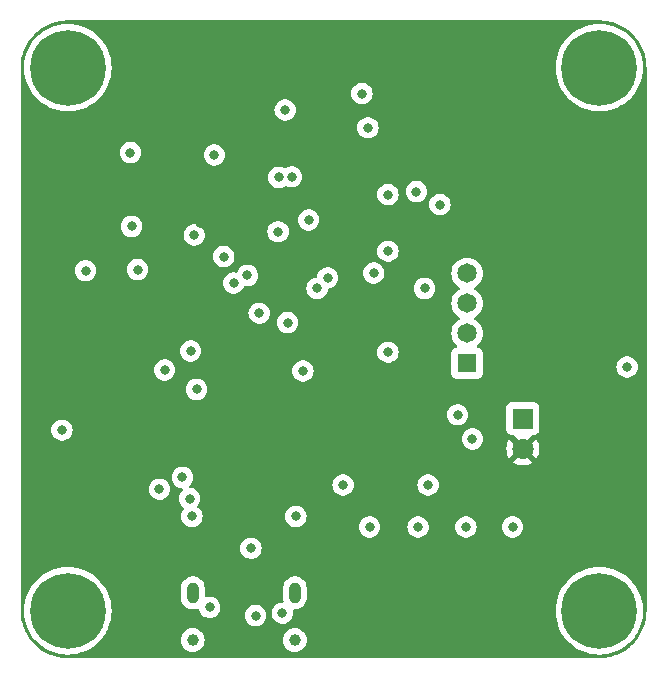
<source format=gbr>
%TF.GenerationSoftware,KiCad,Pcbnew,7.0.1*%
%TF.CreationDate,2023-07-17T15:28:08+02:00*%
%TF.ProjectId,Had_Konzole,4861645f-4b6f-46e7-9a6f-6c652e6b6963,rev?*%
%TF.SameCoordinates,Original*%
%TF.FileFunction,Copper,L2,Inr*%
%TF.FilePolarity,Positive*%
%FSLAX46Y46*%
G04 Gerber Fmt 4.6, Leading zero omitted, Abs format (unit mm)*
G04 Created by KiCad (PCBNEW 7.0.1) date 2023-07-17 15:28:08*
%MOMM*%
%LPD*%
G01*
G04 APERTURE LIST*
%TA.AperFunction,ComponentPad*%
%ADD10C,6.400000*%
%TD*%
%TA.AperFunction,ComponentPad*%
%ADD11C,1.000000*%
%TD*%
%TA.AperFunction,ComponentPad*%
%ADD12O,1.000000X1.800000*%
%TD*%
%TA.AperFunction,ComponentPad*%
%ADD13R,1.650000X1.650000*%
%TD*%
%TA.AperFunction,ComponentPad*%
%ADD14C,1.650000*%
%TD*%
%TA.AperFunction,ComponentPad*%
%ADD15R,1.800000X1.800000*%
%TD*%
%TA.AperFunction,ComponentPad*%
%ADD16C,1.800000*%
%TD*%
%TA.AperFunction,ViaPad*%
%ADD17C,0.800000*%
%TD*%
G04 APERTURE END LIST*
D10*
%TO.N,GND*%
%TO.C,H4*%
X145600000Y-108800000D03*
%TD*%
%TO.N,GND*%
%TO.C,H1*%
X100600000Y-62800000D03*
%TD*%
%TO.N,GND*%
%TO.C,H2*%
X145600000Y-62800000D03*
%TD*%
D11*
%TO.N,unconnected-(J4-SHIELD-PadS1)*%
%TO.C,J4*%
X111180000Y-111275000D03*
X119820000Y-111275000D03*
D12*
X111180000Y-107275000D03*
X119820000Y-107275000D03*
%TD*%
D10*
%TO.N,GND*%
%TO.C,H3*%
X100600000Y-108800000D03*
%TD*%
D13*
%TO.N,Reset*%
%TO.C,J2*%
X134400000Y-87840000D03*
D14*
%TO.N,MOSI*%
X134400000Y-85300000D03*
%TO.N,MISO*%
X134400000Y-82760000D03*
%TO.N,SCK*%
X134400000Y-80220000D03*
%TD*%
D15*
%TO.N,Net-(D1-K)*%
%TO.C,D1*%
X139125000Y-92525000D03*
D16*
%TO.N,+3V3*%
X139125000Y-95065000D03*
%TD*%
D17*
%TO.N,GND*%
X118750000Y-109000000D03*
X127700000Y-78350000D03*
X130250000Y-101700000D03*
X108350000Y-98500000D03*
X105900000Y-70000000D03*
X127700000Y-73550000D03*
X138250000Y-101700000D03*
X112600000Y-108500000D03*
X134300000Y-101700000D03*
X134850000Y-94250000D03*
X106000000Y-76250000D03*
X113000000Y-70200000D03*
X111500000Y-90050000D03*
X119900000Y-100800000D03*
X126150000Y-101700000D03*
X120500000Y-88500000D03*
X111100000Y-100800000D03*
X123900000Y-98150000D03*
X147950000Y-88150000D03*
X131100000Y-98150000D03*
%TO.N,3.3 Out*%
X100100000Y-93500000D03*
%TO.N,+3V3*%
X111750000Y-75950000D03*
X111800000Y-73050000D03*
X132200000Y-109100000D03*
X128200000Y-109100000D03*
X124200000Y-109100000D03*
X136200000Y-109150000D03*
X127700000Y-76700000D03*
X116150000Y-67500000D03*
X140400000Y-68100000D03*
X111550000Y-88100000D03*
X106250000Y-91000000D03*
X120600000Y-92450000D03*
%TO.N,+5V*%
X110900000Y-99300000D03*
%TO.N,SCK*%
X126500000Y-80200000D03*
%TO.N,MISO*%
X122600000Y-80600000D03*
%TO.N,MOSI*%
X121700000Y-81500000D03*
%TO.N,DTR*%
X108800000Y-88400000D03*
X111000000Y-86800000D03*
%TO.N,RST*%
X125500000Y-65000000D03*
X132100000Y-74400000D03*
%TO.N,DC*%
X130100000Y-73300000D03*
X126000000Y-67900000D03*
%TO.N,HSE_OUT*%
X111300000Y-76975500D03*
X113800000Y-78800000D03*
%TO.N,Button_Up*%
X120992893Y-75700000D03*
X130800000Y-81500000D03*
%TO.N,Button_Left*%
X133600000Y-92200000D03*
X119200000Y-84400000D03*
%TO.N,Button_Down*%
X127700000Y-86900000D03*
X118400000Y-76700000D03*
%TO.N,TX*%
X119550000Y-72050000D03*
X116800000Y-83600000D03*
X115800000Y-80400000D03*
%TO.N,RX*%
X114650000Y-81050000D03*
X118450000Y-72100000D03*
%TO.N,USB_Conn_D+*%
X110300000Y-97500000D03*
%TO.N,USB_Conn_D-*%
X116500000Y-109200000D03*
X116100000Y-103500000D03*
%TO.N,Reset*%
X106500000Y-79900000D03*
%TO.N,RST_PROG*%
X102100000Y-80000000D03*
X119000000Y-66400000D03*
%TD*%
%TA.AperFunction,Conductor*%
%TO.N,+3V3*%
G36*
X145602854Y-58800632D02*
G01*
X145618811Y-58801369D01*
X145773088Y-58808502D01*
X145969795Y-58818166D01*
X145980787Y-58819201D01*
X146162876Y-58844601D01*
X146163781Y-58844732D01*
X146347261Y-58871949D01*
X146357413Y-58873892D01*
X146538614Y-58916510D01*
X146540023Y-58916852D01*
X146717874Y-58961401D01*
X146727091Y-58964096D01*
X146904478Y-59023550D01*
X146906618Y-59024292D01*
X147078220Y-59085692D01*
X147086519Y-59089004D01*
X147257980Y-59164712D01*
X147260909Y-59166051D01*
X147347263Y-59206892D01*
X147425119Y-59243715D01*
X147432411Y-59247465D01*
X147529135Y-59301341D01*
X147596435Y-59338827D01*
X147599810Y-59340777D01*
X147755371Y-59434017D01*
X147761670Y-59438058D01*
X147916699Y-59544256D01*
X147920459Y-59546935D01*
X148066009Y-59654882D01*
X148071305Y-59659040D01*
X148216009Y-59779200D01*
X148219947Y-59782617D01*
X148354206Y-59904303D01*
X148358590Y-59908478D01*
X148491520Y-60041408D01*
X148495698Y-60045795D01*
X148617375Y-60180045D01*
X148620805Y-60183998D01*
X148740951Y-60328684D01*
X148745124Y-60334000D01*
X148853041Y-60479509D01*
X148855742Y-60483299D01*
X148961940Y-60638328D01*
X148965999Y-60644656D01*
X149059200Y-60800153D01*
X149061171Y-60803563D01*
X149152525Y-60967573D01*
X149156291Y-60974896D01*
X149233947Y-61139089D01*
X149235286Y-61142018D01*
X149310994Y-61313479D01*
X149314311Y-61321791D01*
X149375666Y-61493265D01*
X149376487Y-61495634D01*
X149435894Y-61672881D01*
X149438606Y-61682157D01*
X149483104Y-61859803D01*
X149483526Y-61861543D01*
X149526101Y-62042562D01*
X149528053Y-62052758D01*
X149555257Y-62236156D01*
X149555410Y-62237218D01*
X149580794Y-62419184D01*
X149581834Y-62430232D01*
X149591512Y-62627238D01*
X149591529Y-62627595D01*
X149599368Y-62797145D01*
X149599500Y-62802872D01*
X149599500Y-108797128D01*
X149599368Y-108802855D01*
X149591529Y-108972404D01*
X149591512Y-108972761D01*
X149581834Y-109169766D01*
X149580794Y-109180814D01*
X149555410Y-109362780D01*
X149555257Y-109363842D01*
X149528053Y-109547240D01*
X149526101Y-109557436D01*
X149483526Y-109738455D01*
X149483104Y-109740195D01*
X149438606Y-109917841D01*
X149435894Y-109927117D01*
X149376487Y-110104364D01*
X149375666Y-110106733D01*
X149314311Y-110278207D01*
X149310994Y-110286519D01*
X149235286Y-110457980D01*
X149233947Y-110460909D01*
X149156291Y-110625102D01*
X149152525Y-110632425D01*
X149061171Y-110796435D01*
X149059200Y-110799845D01*
X148965999Y-110955342D01*
X148961940Y-110961670D01*
X148855742Y-111116699D01*
X148853041Y-111120489D01*
X148745135Y-111265984D01*
X148740935Y-111271334D01*
X148620851Y-111415947D01*
X148617331Y-111420004D01*
X148495717Y-111554183D01*
X148491520Y-111558590D01*
X148358590Y-111691520D01*
X148354183Y-111695717D01*
X148220004Y-111817331D01*
X148215947Y-111820851D01*
X148071334Y-111940935D01*
X148065984Y-111945135D01*
X147920489Y-112053041D01*
X147916699Y-112055742D01*
X147761670Y-112161940D01*
X147755342Y-112165999D01*
X147599845Y-112259200D01*
X147596435Y-112261171D01*
X147432425Y-112352525D01*
X147425102Y-112356291D01*
X147260909Y-112433947D01*
X147257980Y-112435286D01*
X147086519Y-112510994D01*
X147078207Y-112514311D01*
X146906733Y-112575666D01*
X146904364Y-112576487D01*
X146727117Y-112635894D01*
X146717841Y-112638606D01*
X146540195Y-112683104D01*
X146538455Y-112683526D01*
X146357436Y-112726101D01*
X146347240Y-112728053D01*
X146163842Y-112755257D01*
X146162780Y-112755410D01*
X145980814Y-112780794D01*
X145969766Y-112781834D01*
X145772931Y-112791503D01*
X145772575Y-112791520D01*
X145607393Y-112799158D01*
X145602854Y-112799368D01*
X145597128Y-112799500D01*
X100700099Y-112799500D01*
X100602872Y-112799500D01*
X100597145Y-112799368D01*
X100592305Y-112799144D01*
X100427423Y-112791520D01*
X100427067Y-112791503D01*
X100230232Y-112781834D01*
X100219184Y-112780794D01*
X100037218Y-112755410D01*
X100036156Y-112755257D01*
X99852758Y-112728053D01*
X99842562Y-112726101D01*
X99661543Y-112683526D01*
X99659803Y-112683104D01*
X99482157Y-112638606D01*
X99472881Y-112635894D01*
X99295634Y-112576487D01*
X99293265Y-112575666D01*
X99121791Y-112514311D01*
X99113479Y-112510994D01*
X98942018Y-112435286D01*
X98939089Y-112433947D01*
X98774896Y-112356291D01*
X98767573Y-112352525D01*
X98603563Y-112261171D01*
X98600153Y-112259200D01*
X98507747Y-112203814D01*
X98444645Y-112165992D01*
X98438328Y-112161940D01*
X98283299Y-112055742D01*
X98279509Y-112053041D01*
X98134000Y-111945124D01*
X98128684Y-111940951D01*
X97983998Y-111820805D01*
X97980045Y-111817375D01*
X97845795Y-111695698D01*
X97841408Y-111691520D01*
X97708478Y-111558590D01*
X97704303Y-111554206D01*
X97582617Y-111419947D01*
X97579200Y-111416009D01*
X97459040Y-111271305D01*
X97454882Y-111266009D01*
X97346935Y-111120459D01*
X97344256Y-111116699D01*
X97238058Y-110961670D01*
X97234017Y-110955371D01*
X97140777Y-110799810D01*
X97138827Y-110796435D01*
X97112261Y-110748740D01*
X97047465Y-110632411D01*
X97043715Y-110625119D01*
X97006892Y-110547263D01*
X96966051Y-110460909D01*
X96964712Y-110457980D01*
X96889004Y-110286519D01*
X96885692Y-110278220D01*
X96824292Y-110106618D01*
X96823550Y-110104478D01*
X96764096Y-109927091D01*
X96761401Y-109917874D01*
X96716852Y-109740023D01*
X96716510Y-109738614D01*
X96673892Y-109557413D01*
X96671949Y-109547261D01*
X96644732Y-109363781D01*
X96644588Y-109362780D01*
X96644360Y-109361144D01*
X96619201Y-109180787D01*
X96618166Y-109169795D01*
X96608480Y-108972611D01*
X96600632Y-108802854D01*
X96600566Y-108800000D01*
X96894422Y-108800000D01*
X96914722Y-109187340D01*
X96975396Y-109570429D01*
X97075785Y-109945086D01*
X97214785Y-110307193D01*
X97390876Y-110652793D01*
X97602121Y-110978080D01*
X97602124Y-110978084D01*
X97846219Y-111279516D01*
X98120484Y-111553781D01*
X98421916Y-111797876D01*
X98421918Y-111797877D01*
X98421919Y-111797878D01*
X98747206Y-112009123D01*
X99092806Y-112185214D01*
X99454913Y-112324214D01*
X99829570Y-112424603D01*
X100021114Y-112454940D01*
X100212662Y-112485278D01*
X100600000Y-112505578D01*
X100987338Y-112485278D01*
X101236686Y-112445785D01*
X101370429Y-112424603D01*
X101370433Y-112424602D01*
X101745087Y-112324214D01*
X102107194Y-112185214D01*
X102452789Y-112009125D01*
X102452788Y-112009125D01*
X102452793Y-112009123D01*
X102723172Y-111833536D01*
X102778084Y-111797876D01*
X103079516Y-111553781D01*
X103353781Y-111279516D01*
X103357439Y-111274999D01*
X110174659Y-111274999D01*
X110193976Y-111471133D01*
X110251185Y-111659726D01*
X110325028Y-111797876D01*
X110344090Y-111833538D01*
X110469117Y-111985883D01*
X110621462Y-112110910D01*
X110795273Y-112203814D01*
X110983868Y-112261024D01*
X111180000Y-112280341D01*
X111376132Y-112261024D01*
X111564727Y-112203814D01*
X111738538Y-112110910D01*
X111890883Y-111985883D01*
X112015910Y-111833538D01*
X112108814Y-111659727D01*
X112166024Y-111471132D01*
X112185341Y-111275000D01*
X112185341Y-111274999D01*
X118814659Y-111274999D01*
X118833976Y-111471133D01*
X118891185Y-111659726D01*
X118965028Y-111797876D01*
X118984090Y-111833538D01*
X119109117Y-111985883D01*
X119261462Y-112110910D01*
X119435273Y-112203814D01*
X119623868Y-112261024D01*
X119820000Y-112280341D01*
X120016132Y-112261024D01*
X120204727Y-112203814D01*
X120378538Y-112110910D01*
X120530883Y-111985883D01*
X120655910Y-111833538D01*
X120748814Y-111659727D01*
X120806024Y-111471132D01*
X120825341Y-111275000D01*
X120806024Y-111078868D01*
X120748814Y-110890273D01*
X120655910Y-110716462D01*
X120530883Y-110564117D01*
X120378538Y-110439090D01*
X120338356Y-110417612D01*
X120204726Y-110346185D01*
X120016133Y-110288976D01*
X119820000Y-110269659D01*
X119623866Y-110288976D01*
X119435273Y-110346185D01*
X119261463Y-110439089D01*
X119109117Y-110564117D01*
X118984089Y-110716463D01*
X118891185Y-110890273D01*
X118833976Y-111078866D01*
X118814659Y-111274999D01*
X112185341Y-111274999D01*
X112166024Y-111078868D01*
X112108814Y-110890273D01*
X112015910Y-110716462D01*
X111890883Y-110564117D01*
X111738538Y-110439090D01*
X111698356Y-110417612D01*
X111564726Y-110346185D01*
X111376133Y-110288976D01*
X111180000Y-110269659D01*
X110983866Y-110288976D01*
X110795273Y-110346185D01*
X110621463Y-110439089D01*
X110469117Y-110564117D01*
X110344089Y-110716463D01*
X110251185Y-110890273D01*
X110193976Y-111078866D01*
X110174659Y-111274999D01*
X103357439Y-111274999D01*
X103597876Y-110978084D01*
X103713626Y-110799845D01*
X103809123Y-110652793D01*
X103844821Y-110582731D01*
X103985214Y-110307194D01*
X104124214Y-109945087D01*
X104224602Y-109570433D01*
X104224943Y-109568284D01*
X104256619Y-109368284D01*
X104285278Y-109187338D01*
X104305578Y-108800000D01*
X104285278Y-108412662D01*
X104254106Y-108215848D01*
X104224603Y-108029570D01*
X104143192Y-107725740D01*
X110179500Y-107725740D01*
X110194926Y-107877440D01*
X110214046Y-107938379D01*
X110255841Y-108071588D01*
X110280253Y-108115570D01*
X110335911Y-108215848D01*
X110354591Y-108249502D01*
X110487134Y-108403895D01*
X110648042Y-108528448D01*
X110830729Y-108618060D01*
X111027715Y-108669063D01*
X111230936Y-108679369D01*
X111230936Y-108679368D01*
X111230937Y-108679369D01*
X111432071Y-108648556D01*
X111551402Y-108604361D01*
X111616962Y-108598699D01*
X111676188Y-108627379D01*
X111712399Y-108682324D01*
X111714325Y-108688254D01*
X111714326Y-108688256D01*
X111722225Y-108712566D01*
X111772820Y-108868284D01*
X111867466Y-109032216D01*
X111994129Y-109172889D01*
X112147269Y-109284151D01*
X112320197Y-109361144D01*
X112505352Y-109400500D01*
X112505354Y-109400500D01*
X112694646Y-109400500D01*
X112694648Y-109400500D01*
X112818083Y-109374262D01*
X112879803Y-109361144D01*
X113052730Y-109284151D01*
X113052729Y-109284151D01*
X113168554Y-109200000D01*
X115594540Y-109200000D01*
X115614326Y-109388257D01*
X115672820Y-109568284D01*
X115767466Y-109732216D01*
X115894129Y-109872889D01*
X116047269Y-109984151D01*
X116220197Y-110061144D01*
X116405352Y-110100500D01*
X116405354Y-110100500D01*
X116594646Y-110100500D01*
X116594648Y-110100500D01*
X116718084Y-110074262D01*
X116779803Y-110061144D01*
X116952730Y-109984151D01*
X117105871Y-109872888D01*
X117232533Y-109732216D01*
X117327179Y-109568284D01*
X117385674Y-109388256D01*
X117405460Y-109200000D01*
X117385674Y-109011744D01*
X117381858Y-109000000D01*
X117844540Y-109000000D01*
X117864326Y-109188257D01*
X117922820Y-109368284D01*
X118017466Y-109532216D01*
X118144129Y-109672889D01*
X118297269Y-109784151D01*
X118470197Y-109861144D01*
X118655352Y-109900500D01*
X118655354Y-109900500D01*
X118844646Y-109900500D01*
X118844648Y-109900500D01*
X118974551Y-109872888D01*
X119029803Y-109861144D01*
X119202730Y-109784151D01*
X119202729Y-109784151D01*
X119355870Y-109672889D01*
X119482533Y-109532216D01*
X119577179Y-109368284D01*
X119579499Y-109361144D01*
X119635674Y-109188256D01*
X119655460Y-109000000D01*
X119635674Y-108811744D01*
X119635671Y-108811736D01*
X119635574Y-108810808D01*
X119636779Y-108800000D01*
X141894422Y-108800000D01*
X141896084Y-108831715D01*
X141914722Y-109187340D01*
X141975396Y-109570429D01*
X142075785Y-109945086D01*
X142214785Y-110307193D01*
X142390876Y-110652793D01*
X142602121Y-110978080D01*
X142602124Y-110978084D01*
X142846219Y-111279516D01*
X143120484Y-111553781D01*
X143421916Y-111797876D01*
X143421918Y-111797877D01*
X143421919Y-111797878D01*
X143747206Y-112009123D01*
X144092806Y-112185214D01*
X144454913Y-112324214D01*
X144829570Y-112424603D01*
X145021114Y-112454940D01*
X145212662Y-112485278D01*
X145600000Y-112505578D01*
X145987338Y-112485278D01*
X146236686Y-112445785D01*
X146370429Y-112424603D01*
X146370433Y-112424602D01*
X146745087Y-112324214D01*
X147107194Y-112185214D01*
X147452789Y-112009125D01*
X147452788Y-112009125D01*
X147452793Y-112009123D01*
X147723172Y-111833536D01*
X147778084Y-111797876D01*
X148079516Y-111553781D01*
X148353781Y-111279516D01*
X148597876Y-110978084D01*
X148713626Y-110799845D01*
X148809123Y-110652793D01*
X148844821Y-110582731D01*
X148985214Y-110307194D01*
X149124214Y-109945087D01*
X149224602Y-109570433D01*
X149224943Y-109568284D01*
X149256619Y-109368284D01*
X149285278Y-109187338D01*
X149305578Y-108800000D01*
X149285278Y-108412662D01*
X149254106Y-108215848D01*
X149224603Y-108029570D01*
X149124214Y-107654913D01*
X148985214Y-107292806D01*
X148809123Y-106947206D01*
X148597878Y-106621919D01*
X148559027Y-106573942D01*
X148353781Y-106320484D01*
X148079516Y-106046219D01*
X147778084Y-105802124D01*
X147778082Y-105802123D01*
X147778080Y-105802121D01*
X147452793Y-105590876D01*
X147107193Y-105414785D01*
X146745086Y-105275785D01*
X146370429Y-105175396D01*
X145987340Y-105114722D01*
X145600000Y-105094422D01*
X145212659Y-105114722D01*
X144829570Y-105175396D01*
X144454913Y-105275785D01*
X144092806Y-105414785D01*
X143747206Y-105590876D01*
X143421919Y-105802121D01*
X143120480Y-106046222D01*
X142846222Y-106320480D01*
X142602121Y-106621919D01*
X142390876Y-106947206D01*
X142214785Y-107292806D01*
X142075785Y-107654913D01*
X141975396Y-108029570D01*
X141914722Y-108412659D01*
X141894448Y-108799500D01*
X141894422Y-108800000D01*
X119636779Y-108800000D01*
X119641459Y-108758037D01*
X119668877Y-108712566D01*
X119712800Y-108682732D01*
X119765173Y-108674005D01*
X119870936Y-108679369D01*
X119870936Y-108679368D01*
X119870937Y-108679369D01*
X120072071Y-108648556D01*
X120076545Y-108646899D01*
X120262887Y-108577886D01*
X120435571Y-108470252D01*
X120583053Y-108330059D01*
X120699295Y-108163049D01*
X120779540Y-107976058D01*
X120820500Y-107776741D01*
X120820500Y-106824258D01*
X120805074Y-106672562D01*
X120744159Y-106478412D01*
X120645409Y-106300498D01*
X120512866Y-106146105D01*
X120351958Y-106021552D01*
X120351957Y-106021551D01*
X120169272Y-105931940D01*
X120103608Y-105914938D01*
X119972285Y-105880937D01*
X119951670Y-105879891D01*
X119769062Y-105870630D01*
X119567928Y-105901443D01*
X119377113Y-105972113D01*
X119204431Y-106079745D01*
X119134623Y-106146104D01*
X119056947Y-106219941D01*
X119056946Y-106219943D01*
X118940705Y-106386950D01*
X118901455Y-106478412D01*
X118860460Y-106573942D01*
X118840194Y-106672562D01*
X118819500Y-106773261D01*
X118819500Y-107725740D01*
X118834926Y-107877440D01*
X118854046Y-107938379D01*
X118858055Y-107995828D01*
X118835680Y-108048893D01*
X118791748Y-108086127D01*
X118735733Y-108099500D01*
X118655352Y-108099500D01*
X118470197Y-108138855D01*
X118297269Y-108215848D01*
X118144129Y-108327110D01*
X118017466Y-108467783D01*
X117922820Y-108631715D01*
X117864326Y-108811742D01*
X117844540Y-109000000D01*
X117381858Y-109000000D01*
X117327179Y-108831716D01*
X117327179Y-108831715D01*
X117232533Y-108667783D01*
X117105870Y-108527110D01*
X116952730Y-108415848D01*
X116779802Y-108338855D01*
X116594648Y-108299500D01*
X116594646Y-108299500D01*
X116405354Y-108299500D01*
X116405352Y-108299500D01*
X116220197Y-108338855D01*
X116047269Y-108415848D01*
X115894129Y-108527110D01*
X115767466Y-108667783D01*
X115672820Y-108831715D01*
X115614326Y-109011742D01*
X115594540Y-109200000D01*
X113168554Y-109200000D01*
X113205870Y-109172889D01*
X113332533Y-109032216D01*
X113427179Y-108868284D01*
X113448438Y-108802855D01*
X113485674Y-108688256D01*
X113505460Y-108500000D01*
X113485674Y-108311744D01*
X113427179Y-108131716D01*
X113427179Y-108131715D01*
X113332533Y-107967783D01*
X113205870Y-107827110D01*
X113052730Y-107715848D01*
X112879802Y-107638855D01*
X112694648Y-107599500D01*
X112694646Y-107599500D01*
X112505354Y-107599500D01*
X112505352Y-107599500D01*
X112330281Y-107636712D01*
X112275553Y-107635996D01*
X112226464Y-107611788D01*
X112192579Y-107568805D01*
X112180500Y-107515422D01*
X112180500Y-106824260D01*
X112175314Y-106773259D01*
X112165074Y-106672562D01*
X112104159Y-106478412D01*
X112005409Y-106300498D01*
X111872866Y-106146105D01*
X111711958Y-106021552D01*
X111711957Y-106021551D01*
X111529272Y-105931940D01*
X111463608Y-105914938D01*
X111332285Y-105880937D01*
X111311670Y-105879891D01*
X111129062Y-105870630D01*
X110927928Y-105901443D01*
X110737113Y-105972113D01*
X110564431Y-106079745D01*
X110494623Y-106146104D01*
X110416947Y-106219941D01*
X110416946Y-106219943D01*
X110300705Y-106386950D01*
X110261455Y-106478412D01*
X110220460Y-106573942D01*
X110200194Y-106672562D01*
X110179500Y-106773261D01*
X110179500Y-107725740D01*
X104143192Y-107725740D01*
X104124214Y-107654913D01*
X103985214Y-107292806D01*
X103809123Y-106947206D01*
X103597878Y-106621919D01*
X103559027Y-106573942D01*
X103353781Y-106320484D01*
X103079516Y-106046219D01*
X102778084Y-105802124D01*
X102778082Y-105802123D01*
X102778080Y-105802121D01*
X102452793Y-105590876D01*
X102107193Y-105414785D01*
X101745086Y-105275785D01*
X101370429Y-105175396D01*
X100987340Y-105114722D01*
X100600000Y-105094422D01*
X100212659Y-105114722D01*
X99829570Y-105175396D01*
X99454913Y-105275785D01*
X99092806Y-105414785D01*
X98747206Y-105590876D01*
X98421919Y-105802121D01*
X98120480Y-106046222D01*
X97846222Y-106320480D01*
X97602121Y-106621919D01*
X97390876Y-106947206D01*
X97214785Y-107292806D01*
X97075785Y-107654913D01*
X96975396Y-108029570D01*
X96914722Y-108412659D01*
X96894422Y-108800000D01*
X96600566Y-108800000D01*
X96600500Y-108797128D01*
X96600500Y-103500000D01*
X115194540Y-103500000D01*
X115214326Y-103688257D01*
X115272820Y-103868284D01*
X115367466Y-104032216D01*
X115494129Y-104172889D01*
X115647269Y-104284151D01*
X115820197Y-104361144D01*
X116005352Y-104400500D01*
X116005354Y-104400500D01*
X116194646Y-104400500D01*
X116194648Y-104400500D01*
X116318084Y-104374262D01*
X116379803Y-104361144D01*
X116552730Y-104284151D01*
X116705871Y-104172888D01*
X116832533Y-104032216D01*
X116927179Y-103868284D01*
X116985674Y-103688256D01*
X117005460Y-103500000D01*
X116985674Y-103311744D01*
X116927179Y-103131716D01*
X116927179Y-103131715D01*
X116832533Y-102967783D01*
X116705870Y-102827110D01*
X116552730Y-102715848D01*
X116379802Y-102638855D01*
X116194648Y-102599500D01*
X116194646Y-102599500D01*
X116005354Y-102599500D01*
X116005352Y-102599500D01*
X115820197Y-102638855D01*
X115647269Y-102715848D01*
X115494129Y-102827110D01*
X115367466Y-102967783D01*
X115272820Y-103131715D01*
X115214326Y-103311742D01*
X115194540Y-103500000D01*
X96600500Y-103500000D01*
X96600500Y-98499999D01*
X107444540Y-98499999D01*
X107464326Y-98688257D01*
X107522820Y-98868284D01*
X107617466Y-99032216D01*
X107744129Y-99172889D01*
X107897269Y-99284151D01*
X108070197Y-99361144D01*
X108255352Y-99400500D01*
X108255354Y-99400500D01*
X108444646Y-99400500D01*
X108444648Y-99400500D01*
X108568083Y-99374262D01*
X108629803Y-99361144D01*
X108802730Y-99284151D01*
X108955871Y-99172888D01*
X109082533Y-99032216D01*
X109177179Y-98868284D01*
X109235674Y-98688256D01*
X109255460Y-98500000D01*
X109235674Y-98311744D01*
X109190557Y-98172888D01*
X109177179Y-98131715D01*
X109082533Y-97967783D01*
X108955870Y-97827110D01*
X108802730Y-97715848D01*
X108629802Y-97638855D01*
X108444648Y-97599500D01*
X108444646Y-97599500D01*
X108255354Y-97599500D01*
X108255352Y-97599500D01*
X108070197Y-97638855D01*
X107897269Y-97715848D01*
X107744129Y-97827110D01*
X107617466Y-97967783D01*
X107522820Y-98131715D01*
X107464326Y-98311742D01*
X107444540Y-98499999D01*
X96600500Y-98499999D01*
X96600500Y-97500000D01*
X109394540Y-97500000D01*
X109414326Y-97688257D01*
X109472820Y-97868284D01*
X109567466Y-98032216D01*
X109694129Y-98172889D01*
X109847269Y-98284151D01*
X110020197Y-98361144D01*
X110205352Y-98400500D01*
X110224401Y-98400500D01*
X110284139Y-98415838D01*
X110329098Y-98458058D01*
X110348156Y-98516715D01*
X110336599Y-98577298D01*
X110297285Y-98624819D01*
X110294128Y-98627112D01*
X110167466Y-98767783D01*
X110072820Y-98931715D01*
X110014326Y-99111742D01*
X109994540Y-99300000D01*
X110014326Y-99488257D01*
X110072820Y-99668284D01*
X110167466Y-99832216D01*
X110294129Y-99972889D01*
X110387566Y-100040774D01*
X110429652Y-100094640D01*
X110436797Y-100162623D01*
X110406832Y-100224063D01*
X110367466Y-100267783D01*
X110272820Y-100431715D01*
X110214326Y-100611742D01*
X110194540Y-100800000D01*
X110214326Y-100988257D01*
X110272820Y-101168284D01*
X110367466Y-101332216D01*
X110494129Y-101472889D01*
X110647269Y-101584151D01*
X110820197Y-101661144D01*
X111005352Y-101700500D01*
X111005354Y-101700500D01*
X111194646Y-101700500D01*
X111194648Y-101700500D01*
X111318083Y-101674262D01*
X111379803Y-101661144D01*
X111552730Y-101584151D01*
X111705871Y-101472888D01*
X111832533Y-101332216D01*
X111927179Y-101168284D01*
X111985674Y-100988256D01*
X112005460Y-100800000D01*
X118994540Y-100800000D01*
X119014326Y-100988257D01*
X119072820Y-101168284D01*
X119167466Y-101332216D01*
X119294129Y-101472889D01*
X119447269Y-101584151D01*
X119620197Y-101661144D01*
X119805352Y-101700500D01*
X119805354Y-101700500D01*
X119994646Y-101700500D01*
X119994648Y-101700500D01*
X119997005Y-101699999D01*
X125244540Y-101699999D01*
X125264326Y-101888257D01*
X125322820Y-102068284D01*
X125417466Y-102232216D01*
X125544129Y-102372889D01*
X125697269Y-102484151D01*
X125870197Y-102561144D01*
X126055352Y-102600500D01*
X126055354Y-102600500D01*
X126244646Y-102600500D01*
X126244648Y-102600500D01*
X126368083Y-102574262D01*
X126429803Y-102561144D01*
X126602730Y-102484151D01*
X126755871Y-102372888D01*
X126882533Y-102232216D01*
X126977179Y-102068284D01*
X127035674Y-101888256D01*
X127055460Y-101700000D01*
X127055460Y-101699999D01*
X129344540Y-101699999D01*
X129364326Y-101888257D01*
X129422820Y-102068284D01*
X129517466Y-102232216D01*
X129644129Y-102372889D01*
X129797269Y-102484151D01*
X129970197Y-102561144D01*
X130155352Y-102600500D01*
X130155354Y-102600500D01*
X130344646Y-102600500D01*
X130344648Y-102600500D01*
X130468083Y-102574262D01*
X130529803Y-102561144D01*
X130702730Y-102484151D01*
X130855871Y-102372888D01*
X130982533Y-102232216D01*
X131077179Y-102068284D01*
X131135674Y-101888256D01*
X131155460Y-101700000D01*
X131155460Y-101699999D01*
X133394540Y-101699999D01*
X133414326Y-101888257D01*
X133472820Y-102068284D01*
X133567466Y-102232216D01*
X133694129Y-102372889D01*
X133847269Y-102484151D01*
X134020197Y-102561144D01*
X134205352Y-102600500D01*
X134205354Y-102600500D01*
X134394646Y-102600500D01*
X134394648Y-102600500D01*
X134518083Y-102574262D01*
X134579803Y-102561144D01*
X134752730Y-102484151D01*
X134905871Y-102372888D01*
X135032533Y-102232216D01*
X135127179Y-102068284D01*
X135185674Y-101888256D01*
X135205460Y-101700000D01*
X135205460Y-101699999D01*
X137344540Y-101699999D01*
X137364326Y-101888257D01*
X137422820Y-102068284D01*
X137517466Y-102232216D01*
X137644129Y-102372889D01*
X137797269Y-102484151D01*
X137970197Y-102561144D01*
X138155352Y-102600500D01*
X138155354Y-102600500D01*
X138344646Y-102600500D01*
X138344648Y-102600500D01*
X138468083Y-102574262D01*
X138529803Y-102561144D01*
X138702730Y-102484151D01*
X138855871Y-102372888D01*
X138982533Y-102232216D01*
X139077179Y-102068284D01*
X139135674Y-101888256D01*
X139155460Y-101700000D01*
X139135674Y-101511744D01*
X139105332Y-101418363D01*
X139077179Y-101331715D01*
X138982533Y-101167783D01*
X138855870Y-101027110D01*
X138702730Y-100915848D01*
X138529802Y-100838855D01*
X138344648Y-100799500D01*
X138344646Y-100799500D01*
X138155354Y-100799500D01*
X138155352Y-100799500D01*
X137970197Y-100838855D01*
X137797269Y-100915848D01*
X137644129Y-101027110D01*
X137517466Y-101167783D01*
X137422820Y-101331715D01*
X137364326Y-101511742D01*
X137344540Y-101699999D01*
X135205460Y-101699999D01*
X135185674Y-101511744D01*
X135155332Y-101418363D01*
X135127179Y-101331715D01*
X135032533Y-101167783D01*
X134905870Y-101027110D01*
X134752730Y-100915848D01*
X134579802Y-100838855D01*
X134394648Y-100799500D01*
X134394646Y-100799500D01*
X134205354Y-100799500D01*
X134205352Y-100799500D01*
X134020197Y-100838855D01*
X133847269Y-100915848D01*
X133694129Y-101027110D01*
X133567466Y-101167783D01*
X133472820Y-101331715D01*
X133414326Y-101511742D01*
X133394540Y-101699999D01*
X131155460Y-101699999D01*
X131135674Y-101511744D01*
X131105332Y-101418363D01*
X131077179Y-101331715D01*
X130982533Y-101167783D01*
X130855870Y-101027110D01*
X130702730Y-100915848D01*
X130529802Y-100838855D01*
X130344648Y-100799500D01*
X130344646Y-100799500D01*
X130155354Y-100799500D01*
X130155352Y-100799500D01*
X129970197Y-100838855D01*
X129797269Y-100915848D01*
X129644129Y-101027110D01*
X129517466Y-101167783D01*
X129422820Y-101331715D01*
X129364326Y-101511742D01*
X129344540Y-101699999D01*
X127055460Y-101699999D01*
X127035674Y-101511744D01*
X127005332Y-101418363D01*
X126977179Y-101331715D01*
X126882533Y-101167783D01*
X126755870Y-101027110D01*
X126602730Y-100915848D01*
X126429802Y-100838855D01*
X126244648Y-100799500D01*
X126244646Y-100799500D01*
X126055354Y-100799500D01*
X126055352Y-100799500D01*
X125870197Y-100838855D01*
X125697269Y-100915848D01*
X125544129Y-101027110D01*
X125417466Y-101167783D01*
X125322820Y-101331715D01*
X125264326Y-101511742D01*
X125244540Y-101699999D01*
X119997005Y-101699999D01*
X120118083Y-101674262D01*
X120179803Y-101661144D01*
X120352730Y-101584151D01*
X120505871Y-101472888D01*
X120632533Y-101332216D01*
X120727179Y-101168284D01*
X120785674Y-100988256D01*
X120805460Y-100800000D01*
X120785674Y-100611744D01*
X120727179Y-100431716D01*
X120727179Y-100431715D01*
X120632533Y-100267783D01*
X120505870Y-100127110D01*
X120352730Y-100015848D01*
X120179802Y-99938855D01*
X119994648Y-99899500D01*
X119994646Y-99899500D01*
X119805354Y-99899500D01*
X119805352Y-99899500D01*
X119620197Y-99938855D01*
X119447269Y-100015848D01*
X119294129Y-100127110D01*
X119167466Y-100267783D01*
X119072820Y-100431715D01*
X119014326Y-100611742D01*
X118994540Y-100800000D01*
X112005460Y-100800000D01*
X111985674Y-100611744D01*
X111927179Y-100431716D01*
X111927179Y-100431715D01*
X111832533Y-100267783D01*
X111705870Y-100127110D01*
X111612433Y-100059225D01*
X111570347Y-100005358D01*
X111563202Y-99937374D01*
X111593169Y-99875934D01*
X111632533Y-99832216D01*
X111727179Y-99668284D01*
X111727178Y-99668284D01*
X111785674Y-99488256D01*
X111805460Y-99300000D01*
X111785674Y-99111744D01*
X111752987Y-99011144D01*
X111727179Y-98931715D01*
X111632533Y-98767783D01*
X111505870Y-98627110D01*
X111352730Y-98515848D01*
X111179802Y-98438855D01*
X110994648Y-98399500D01*
X110994646Y-98399500D01*
X110975599Y-98399500D01*
X110915861Y-98384162D01*
X110870902Y-98341942D01*
X110851844Y-98283285D01*
X110863401Y-98222702D01*
X110902715Y-98175181D01*
X110902839Y-98175090D01*
X110905871Y-98172888D01*
X110926480Y-98150000D01*
X122994540Y-98150000D01*
X123014326Y-98338257D01*
X123072820Y-98518284D01*
X123167466Y-98682216D01*
X123294129Y-98822889D01*
X123447269Y-98934151D01*
X123620197Y-99011144D01*
X123805352Y-99050500D01*
X123805354Y-99050500D01*
X123994646Y-99050500D01*
X123994648Y-99050500D01*
X124118083Y-99024262D01*
X124179803Y-99011144D01*
X124352730Y-98934151D01*
X124505871Y-98822888D01*
X124632533Y-98682216D01*
X124727179Y-98518284D01*
X124785674Y-98338256D01*
X124805460Y-98150000D01*
X130194540Y-98150000D01*
X130214326Y-98338257D01*
X130272820Y-98518284D01*
X130367466Y-98682216D01*
X130494129Y-98822889D01*
X130647269Y-98934151D01*
X130820197Y-99011144D01*
X131005352Y-99050500D01*
X131005354Y-99050500D01*
X131194646Y-99050500D01*
X131194648Y-99050500D01*
X131318083Y-99024262D01*
X131379803Y-99011144D01*
X131552730Y-98934151D01*
X131705871Y-98822888D01*
X131832533Y-98682216D01*
X131927179Y-98518284D01*
X131985674Y-98338256D01*
X132005460Y-98150000D01*
X131985674Y-97961744D01*
X131941929Y-97827112D01*
X131927179Y-97781715D01*
X131832533Y-97617783D01*
X131705870Y-97477110D01*
X131552730Y-97365848D01*
X131379802Y-97288855D01*
X131194648Y-97249500D01*
X131194646Y-97249500D01*
X131005354Y-97249500D01*
X131005352Y-97249500D01*
X130820197Y-97288855D01*
X130647269Y-97365848D01*
X130494129Y-97477110D01*
X130367466Y-97617783D01*
X130272820Y-97781715D01*
X130214326Y-97961742D01*
X130194540Y-98150000D01*
X124805460Y-98150000D01*
X124785674Y-97961744D01*
X124741929Y-97827112D01*
X124727179Y-97781715D01*
X124632533Y-97617783D01*
X124505870Y-97477110D01*
X124352730Y-97365848D01*
X124179802Y-97288855D01*
X123994648Y-97249500D01*
X123994646Y-97249500D01*
X123805354Y-97249500D01*
X123805352Y-97249500D01*
X123620197Y-97288855D01*
X123447269Y-97365848D01*
X123294129Y-97477110D01*
X123167466Y-97617783D01*
X123072820Y-97781715D01*
X123014326Y-97961742D01*
X122994540Y-98150000D01*
X110926480Y-98150000D01*
X111032533Y-98032216D01*
X111127179Y-97868284D01*
X111185674Y-97688256D01*
X111205460Y-97500000D01*
X111185674Y-97311744D01*
X111127179Y-97131716D01*
X111127179Y-97131715D01*
X111032533Y-96967783D01*
X110905870Y-96827110D01*
X110752730Y-96715848D01*
X110579802Y-96638855D01*
X110394648Y-96599500D01*
X110394646Y-96599500D01*
X110205354Y-96599500D01*
X110205352Y-96599500D01*
X110020197Y-96638855D01*
X109847269Y-96715848D01*
X109694129Y-96827110D01*
X109567466Y-96967783D01*
X109472820Y-97131715D01*
X109414326Y-97311742D01*
X109394540Y-97500000D01*
X96600500Y-97500000D01*
X96600500Y-96217351D01*
X138326199Y-96217351D01*
X138356650Y-96241051D01*
X138560700Y-96351477D01*
X138780140Y-96426811D01*
X139008993Y-96465000D01*
X139241007Y-96465000D01*
X139469859Y-96426811D01*
X139689296Y-96351478D01*
X139893353Y-96241048D01*
X139923798Y-96217351D01*
X139125000Y-95418553D01*
X138326199Y-96217351D01*
X96600500Y-96217351D01*
X96600500Y-93499999D01*
X99194540Y-93499999D01*
X99214326Y-93688257D01*
X99272820Y-93868284D01*
X99367466Y-94032216D01*
X99494129Y-94172889D01*
X99647269Y-94284151D01*
X99820197Y-94361144D01*
X100005352Y-94400500D01*
X100005354Y-94400500D01*
X100194646Y-94400500D01*
X100194648Y-94400500D01*
X100318083Y-94374262D01*
X100379803Y-94361144D01*
X100552730Y-94284151D01*
X100599735Y-94250000D01*
X100599736Y-94249999D01*
X133944540Y-94249999D01*
X133964326Y-94438257D01*
X134022820Y-94618284D01*
X134117466Y-94782216D01*
X134244129Y-94922889D01*
X134397269Y-95034151D01*
X134570197Y-95111144D01*
X134755352Y-95150500D01*
X134755354Y-95150500D01*
X134944646Y-95150500D01*
X134944648Y-95150500D01*
X135068083Y-95124262D01*
X135129803Y-95111144D01*
X135233443Y-95065000D01*
X137720201Y-95065000D01*
X137739361Y-95296217D01*
X137796319Y-95521139D01*
X137889516Y-95733609D01*
X137973812Y-95862633D01*
X138771447Y-95065001D01*
X139478553Y-95065001D01*
X140276186Y-95862634D01*
X140360483Y-95733607D01*
X140453680Y-95521138D01*
X140510638Y-95296217D01*
X140529798Y-95064999D01*
X140510638Y-94833782D01*
X140453680Y-94608860D01*
X140360484Y-94396392D01*
X140276186Y-94267364D01*
X139478553Y-95065000D01*
X139478553Y-95065001D01*
X138771447Y-95065001D01*
X138771447Y-95065000D01*
X137973812Y-94267365D01*
X137889516Y-94396390D01*
X137796319Y-94608860D01*
X137739361Y-94833782D01*
X137720201Y-95065000D01*
X135233443Y-95065000D01*
X135302730Y-95034151D01*
X135455871Y-94922888D01*
X135582533Y-94782216D01*
X135677179Y-94618284D01*
X135735674Y-94438256D01*
X135755460Y-94250000D01*
X135735674Y-94061744D01*
X135694472Y-93934938D01*
X135677179Y-93881715D01*
X135582533Y-93717783D01*
X135455870Y-93577110D01*
X135312394Y-93472869D01*
X137724500Y-93472869D01*
X137730909Y-93532484D01*
X137756056Y-93599907D01*
X137781204Y-93667331D01*
X137867454Y-93782546D01*
X137982669Y-93868796D01*
X138117517Y-93919091D01*
X138177127Y-93925500D01*
X138287693Y-93925499D01*
X138335142Y-93934938D01*
X138375371Y-93961818D01*
X139125000Y-94711447D01*
X139125001Y-94711447D01*
X139874628Y-93961818D01*
X139914856Y-93934938D01*
X139962308Y-93925499D01*
X140072872Y-93925499D01*
X140132483Y-93919091D01*
X140267331Y-93868796D01*
X140382546Y-93782546D01*
X140468796Y-93667331D01*
X140519091Y-93532483D01*
X140525500Y-93472873D01*
X140525499Y-91577128D01*
X140519091Y-91517517D01*
X140468796Y-91382669D01*
X140382546Y-91267454D01*
X140267331Y-91181204D01*
X140132483Y-91130909D01*
X140072873Y-91124500D01*
X140072869Y-91124500D01*
X138177130Y-91124500D01*
X138117515Y-91130909D01*
X137982669Y-91181204D01*
X137867454Y-91267454D01*
X137781204Y-91382668D01*
X137730909Y-91517516D01*
X137724500Y-91577130D01*
X137724500Y-93472869D01*
X135312394Y-93472869D01*
X135302730Y-93465848D01*
X135129802Y-93388855D01*
X134944648Y-93349500D01*
X134944646Y-93349500D01*
X134755354Y-93349500D01*
X134755352Y-93349500D01*
X134570197Y-93388855D01*
X134397269Y-93465848D01*
X134244129Y-93577110D01*
X134117466Y-93717783D01*
X134022820Y-93881715D01*
X133964326Y-94061742D01*
X133944540Y-94249999D01*
X100599736Y-94249999D01*
X100705870Y-94172889D01*
X100832533Y-94032216D01*
X100927179Y-93868284D01*
X100955037Y-93782545D01*
X100985674Y-93688256D01*
X101005460Y-93500000D01*
X100985674Y-93311744D01*
X100927179Y-93131716D01*
X100927179Y-93131715D01*
X100832533Y-92967783D01*
X100705870Y-92827110D01*
X100552730Y-92715848D01*
X100379802Y-92638855D01*
X100194648Y-92599500D01*
X100194646Y-92599500D01*
X100005354Y-92599500D01*
X100005352Y-92599500D01*
X99820197Y-92638855D01*
X99647269Y-92715848D01*
X99494129Y-92827110D01*
X99367466Y-92967783D01*
X99272820Y-93131715D01*
X99214326Y-93311742D01*
X99194540Y-93499999D01*
X96600500Y-93499999D01*
X96600500Y-92199999D01*
X132694540Y-92199999D01*
X132714326Y-92388257D01*
X132772820Y-92568284D01*
X132867466Y-92732216D01*
X132994129Y-92872889D01*
X133147269Y-92984151D01*
X133320197Y-93061144D01*
X133505352Y-93100500D01*
X133505354Y-93100500D01*
X133694646Y-93100500D01*
X133694648Y-93100500D01*
X133818083Y-93074262D01*
X133879803Y-93061144D01*
X134052730Y-92984151D01*
X134205871Y-92872888D01*
X134332533Y-92732216D01*
X134427179Y-92568284D01*
X134485674Y-92388256D01*
X134505460Y-92200000D01*
X134485674Y-92011744D01*
X134427179Y-91831716D01*
X134427179Y-91831715D01*
X134332533Y-91667783D01*
X134205870Y-91527110D01*
X134052730Y-91415848D01*
X133879802Y-91338855D01*
X133694648Y-91299500D01*
X133694646Y-91299500D01*
X133505354Y-91299500D01*
X133505352Y-91299500D01*
X133320197Y-91338855D01*
X133147269Y-91415848D01*
X132994129Y-91527110D01*
X132867466Y-91667783D01*
X132772820Y-91831715D01*
X132714326Y-92011742D01*
X132694540Y-92199999D01*
X96600500Y-92199999D01*
X96600500Y-90050000D01*
X110594540Y-90050000D01*
X110614326Y-90238257D01*
X110672820Y-90418284D01*
X110767466Y-90582216D01*
X110894129Y-90722889D01*
X111047269Y-90834151D01*
X111220197Y-90911144D01*
X111405352Y-90950500D01*
X111405354Y-90950500D01*
X111594646Y-90950500D01*
X111594648Y-90950500D01*
X111718084Y-90924262D01*
X111779803Y-90911144D01*
X111952730Y-90834151D01*
X112105871Y-90722888D01*
X112232533Y-90582216D01*
X112327179Y-90418284D01*
X112385674Y-90238256D01*
X112405460Y-90050000D01*
X112385674Y-89861744D01*
X112327179Y-89681716D01*
X112327179Y-89681715D01*
X112232533Y-89517783D01*
X112105870Y-89377110D01*
X111952730Y-89265848D01*
X111779802Y-89188855D01*
X111594648Y-89149500D01*
X111594646Y-89149500D01*
X111405354Y-89149500D01*
X111405352Y-89149500D01*
X111220197Y-89188855D01*
X111047269Y-89265848D01*
X110894129Y-89377110D01*
X110767466Y-89517783D01*
X110672820Y-89681715D01*
X110614326Y-89861742D01*
X110594540Y-90050000D01*
X96600500Y-90050000D01*
X96600500Y-88400000D01*
X107894540Y-88400000D01*
X107914326Y-88588257D01*
X107972820Y-88768284D01*
X108067466Y-88932216D01*
X108194129Y-89072889D01*
X108347269Y-89184151D01*
X108520197Y-89261144D01*
X108705352Y-89300500D01*
X108705354Y-89300500D01*
X108894646Y-89300500D01*
X108894648Y-89300500D01*
X109018083Y-89274262D01*
X109079803Y-89261144D01*
X109252730Y-89184151D01*
X109405871Y-89072888D01*
X109532533Y-88932216D01*
X109627179Y-88768284D01*
X109685674Y-88588256D01*
X109694950Y-88499999D01*
X119594540Y-88499999D01*
X119614326Y-88688257D01*
X119672820Y-88868284D01*
X119767466Y-89032216D01*
X119894129Y-89172889D01*
X120047269Y-89284151D01*
X120220197Y-89361144D01*
X120405352Y-89400500D01*
X120405354Y-89400500D01*
X120594646Y-89400500D01*
X120594648Y-89400500D01*
X120718083Y-89374262D01*
X120779803Y-89361144D01*
X120952730Y-89284151D01*
X121083893Y-89188856D01*
X121105870Y-89172889D01*
X121232533Y-89032216D01*
X121327179Y-88868284D01*
X121358306Y-88772484D01*
X121385674Y-88688256D01*
X121405460Y-88500000D01*
X121385674Y-88311744D01*
X121327179Y-88131716D01*
X121327179Y-88131715D01*
X121232533Y-87967783D01*
X121105870Y-87827110D01*
X120952730Y-87715848D01*
X120779802Y-87638855D01*
X120594648Y-87599500D01*
X120594646Y-87599500D01*
X120405354Y-87599500D01*
X120405352Y-87599500D01*
X120220197Y-87638855D01*
X120047269Y-87715848D01*
X119894129Y-87827110D01*
X119767466Y-87967783D01*
X119672820Y-88131715D01*
X119614326Y-88311742D01*
X119594540Y-88499999D01*
X109694950Y-88499999D01*
X109705460Y-88400000D01*
X109685674Y-88211744D01*
X109627179Y-88031716D01*
X109627179Y-88031715D01*
X109532533Y-87867783D01*
X109405870Y-87727110D01*
X109252730Y-87615848D01*
X109079802Y-87538855D01*
X108894648Y-87499500D01*
X108894646Y-87499500D01*
X108705354Y-87499500D01*
X108705352Y-87499500D01*
X108520197Y-87538855D01*
X108347269Y-87615848D01*
X108194129Y-87727110D01*
X108067466Y-87867783D01*
X107972820Y-88031715D01*
X107914326Y-88211742D01*
X107894540Y-88400000D01*
X96600500Y-88400000D01*
X96600500Y-86800000D01*
X110094540Y-86800000D01*
X110114326Y-86988257D01*
X110172820Y-87168284D01*
X110267466Y-87332216D01*
X110394129Y-87472889D01*
X110547269Y-87584151D01*
X110720197Y-87661144D01*
X110905352Y-87700500D01*
X110905354Y-87700500D01*
X111094646Y-87700500D01*
X111094648Y-87700500D01*
X111218084Y-87674262D01*
X111279803Y-87661144D01*
X111452730Y-87584151D01*
X111468232Y-87572888D01*
X111605870Y-87472889D01*
X111732533Y-87332216D01*
X111827179Y-87168284D01*
X111827178Y-87168284D01*
X111885674Y-86988256D01*
X111894950Y-86899999D01*
X126794540Y-86899999D01*
X126814326Y-87088257D01*
X126872820Y-87268284D01*
X126967466Y-87432216D01*
X127094129Y-87572889D01*
X127247269Y-87684151D01*
X127420197Y-87761144D01*
X127605352Y-87800500D01*
X127605354Y-87800500D01*
X127794646Y-87800500D01*
X127794648Y-87800500D01*
X127918083Y-87774262D01*
X127979803Y-87761144D01*
X128152730Y-87684151D01*
X128184397Y-87661144D01*
X128305870Y-87572889D01*
X128336515Y-87538855D01*
X128432533Y-87432216D01*
X128527179Y-87268284D01*
X128585674Y-87088256D01*
X128605460Y-86900000D01*
X128585674Y-86711744D01*
X128527179Y-86531716D01*
X128527179Y-86531715D01*
X128432533Y-86367783D01*
X128305870Y-86227110D01*
X128152730Y-86115848D01*
X127979802Y-86038855D01*
X127794648Y-85999500D01*
X127794646Y-85999500D01*
X127605354Y-85999500D01*
X127605352Y-85999500D01*
X127420197Y-86038855D01*
X127247269Y-86115848D01*
X127094129Y-86227110D01*
X126967466Y-86367783D01*
X126872820Y-86531715D01*
X126814326Y-86711742D01*
X126794540Y-86899999D01*
X111894950Y-86899999D01*
X111905460Y-86800000D01*
X111885674Y-86611744D01*
X111829710Y-86439505D01*
X111827179Y-86431715D01*
X111732533Y-86267783D01*
X111605870Y-86127110D01*
X111452730Y-86015848D01*
X111279802Y-85938855D01*
X111094648Y-85899500D01*
X111094646Y-85899500D01*
X110905354Y-85899500D01*
X110905352Y-85899500D01*
X110720197Y-85938855D01*
X110547269Y-86015848D01*
X110394129Y-86127110D01*
X110267466Y-86267783D01*
X110172820Y-86431715D01*
X110114326Y-86611742D01*
X110094540Y-86800000D01*
X96600500Y-86800000D01*
X96600500Y-83600000D01*
X115894540Y-83600000D01*
X115914326Y-83788257D01*
X115972820Y-83968284D01*
X116067466Y-84132216D01*
X116194129Y-84272889D01*
X116347269Y-84384151D01*
X116520197Y-84461144D01*
X116705352Y-84500500D01*
X116705354Y-84500500D01*
X116894646Y-84500500D01*
X116894648Y-84500500D01*
X117018083Y-84474262D01*
X117079803Y-84461144D01*
X117217133Y-84400000D01*
X118294540Y-84400000D01*
X118314326Y-84588257D01*
X118372820Y-84768284D01*
X118467466Y-84932216D01*
X118594129Y-85072889D01*
X118747269Y-85184151D01*
X118920197Y-85261144D01*
X119105352Y-85300500D01*
X119105354Y-85300500D01*
X119294646Y-85300500D01*
X119294648Y-85300500D01*
X119297000Y-85300000D01*
X133069436Y-85300000D01*
X133089650Y-85531047D01*
X133089651Y-85531050D01*
X133149680Y-85755079D01*
X133247699Y-85965282D01*
X133380730Y-86155269D01*
X133380733Y-86155272D01*
X133536034Y-86310573D01*
X133569279Y-86370814D01*
X133565291Y-86439504D01*
X133525298Y-86495493D01*
X133481363Y-86513464D01*
X133482110Y-86515466D01*
X133332669Y-86571204D01*
X133217454Y-86657454D01*
X133131204Y-86772668D01*
X133080909Y-86907516D01*
X133074500Y-86967130D01*
X133074500Y-88712869D01*
X133080909Y-88772483D01*
X133131204Y-88907331D01*
X133217454Y-89022546D01*
X133332669Y-89108796D01*
X133467517Y-89159091D01*
X133527127Y-89165500D01*
X135272872Y-89165499D01*
X135332483Y-89159091D01*
X135467331Y-89108796D01*
X135582546Y-89022546D01*
X135668796Y-88907331D01*
X135719091Y-88772483D01*
X135725500Y-88712873D01*
X135725500Y-88150000D01*
X147044540Y-88150000D01*
X147064326Y-88338257D01*
X147122820Y-88518284D01*
X147217466Y-88682216D01*
X147344129Y-88822889D01*
X147497269Y-88934151D01*
X147670197Y-89011144D01*
X147855352Y-89050500D01*
X147855354Y-89050500D01*
X148044646Y-89050500D01*
X148044648Y-89050500D01*
X148176165Y-89022545D01*
X148229803Y-89011144D01*
X148402730Y-88934151D01*
X148555871Y-88822888D01*
X148682533Y-88682216D01*
X148777179Y-88518284D01*
X148835674Y-88338256D01*
X148855460Y-88150000D01*
X148835674Y-87961744D01*
X148791929Y-87827112D01*
X148777179Y-87781715D01*
X148682533Y-87617783D01*
X148555870Y-87477110D01*
X148402730Y-87365848D01*
X148229802Y-87288855D01*
X148044648Y-87249500D01*
X148044646Y-87249500D01*
X147855354Y-87249500D01*
X147855352Y-87249500D01*
X147670197Y-87288855D01*
X147497269Y-87365848D01*
X147344129Y-87477110D01*
X147217466Y-87617783D01*
X147122820Y-87781715D01*
X147064326Y-87961742D01*
X147044540Y-88150000D01*
X135725500Y-88150000D01*
X135725499Y-86967128D01*
X135719091Y-86907517D01*
X135668796Y-86772669D01*
X135582546Y-86657454D01*
X135467331Y-86571204D01*
X135361458Y-86531716D01*
X135317890Y-86515466D01*
X135318636Y-86513464D01*
X135274703Y-86495495D01*
X135234709Y-86439505D01*
X135230720Y-86370814D01*
X135263962Y-86310576D01*
X135419270Y-86155269D01*
X135552301Y-85965282D01*
X135650320Y-85755079D01*
X135710349Y-85531050D01*
X135730563Y-85300000D01*
X135710349Y-85068950D01*
X135650320Y-84844921D01*
X135552301Y-84634719D01*
X135419270Y-84444731D01*
X135255269Y-84280730D01*
X135065282Y-84147699D01*
X135065278Y-84147697D01*
X135065277Y-84147696D01*
X135053875Y-84142379D01*
X135001701Y-84096620D01*
X134982284Y-84029994D01*
X135001706Y-83963370D01*
X135053881Y-83917617D01*
X135065282Y-83912301D01*
X135255269Y-83779270D01*
X135419270Y-83615269D01*
X135552301Y-83425282D01*
X135650320Y-83215079D01*
X135710349Y-82991050D01*
X135730563Y-82760000D01*
X135710349Y-82528950D01*
X135650320Y-82304921D01*
X135552301Y-82094719D01*
X135419270Y-81904731D01*
X135255269Y-81740730D01*
X135065282Y-81607699D01*
X135065278Y-81607697D01*
X135065277Y-81607696D01*
X135053875Y-81602379D01*
X135001701Y-81556620D01*
X134982284Y-81489994D01*
X135001706Y-81423370D01*
X135053881Y-81377617D01*
X135065282Y-81372301D01*
X135255269Y-81239270D01*
X135419270Y-81075269D01*
X135552301Y-80885282D01*
X135650320Y-80675079D01*
X135710349Y-80451050D01*
X135730563Y-80220000D01*
X135710349Y-79988950D01*
X135650320Y-79764921D01*
X135552301Y-79554719D01*
X135419270Y-79364731D01*
X135255269Y-79200730D01*
X135065282Y-79067699D01*
X134968365Y-79022506D01*
X134855080Y-78969680D01*
X134631047Y-78909650D01*
X134399999Y-78889436D01*
X134168952Y-78909650D01*
X133944919Y-78969680D01*
X133734721Y-79067698D01*
X133734719Y-79067699D01*
X133591069Y-79168284D01*
X133544727Y-79200733D01*
X133380733Y-79364727D01*
X133380730Y-79364730D01*
X133380730Y-79364731D01*
X133258807Y-79538856D01*
X133247698Y-79554721D01*
X133149680Y-79764919D01*
X133089650Y-79988952D01*
X133069436Y-80220000D01*
X133089650Y-80451047D01*
X133149680Y-80675080D01*
X133153910Y-80684151D01*
X133247699Y-80885282D01*
X133380730Y-81075269D01*
X133544731Y-81239270D01*
X133734718Y-81372301D01*
X133734721Y-81372302D01*
X133734722Y-81372303D01*
X133746120Y-81377618D01*
X133798296Y-81423374D01*
X133817716Y-81489999D01*
X133798297Y-81556624D01*
X133746123Y-81602381D01*
X133734722Y-81607697D01*
X133734719Y-81607698D01*
X133734719Y-81607699D01*
X133732146Y-81609501D01*
X133544727Y-81740733D01*
X133380733Y-81904727D01*
X133247698Y-82094721D01*
X133149680Y-82304919D01*
X133089650Y-82528952D01*
X133069436Y-82759999D01*
X133089650Y-82991047D01*
X133089651Y-82991050D01*
X133149680Y-83215079D01*
X133247699Y-83425282D01*
X133380730Y-83615269D01*
X133544731Y-83779270D01*
X133734718Y-83912301D01*
X133734721Y-83912302D01*
X133734722Y-83912303D01*
X133746120Y-83917618D01*
X133798296Y-83963374D01*
X133817716Y-84029999D01*
X133798297Y-84096624D01*
X133746123Y-84142381D01*
X133734722Y-84147697D01*
X133544727Y-84280733D01*
X133380733Y-84444727D01*
X133380730Y-84444730D01*
X133380730Y-84444731D01*
X133369238Y-84461144D01*
X133247698Y-84634721D01*
X133149680Y-84844919D01*
X133089650Y-85068952D01*
X133069436Y-85300000D01*
X119297000Y-85300000D01*
X119418084Y-85274262D01*
X119479803Y-85261144D01*
X119652730Y-85184151D01*
X119805871Y-85072888D01*
X119932533Y-84932216D01*
X120027179Y-84768284D01*
X120085674Y-84588256D01*
X120105460Y-84400000D01*
X120085674Y-84211744D01*
X120027179Y-84031716D01*
X120027179Y-84031715D01*
X119932533Y-83867783D01*
X119805870Y-83727110D01*
X119652730Y-83615848D01*
X119479802Y-83538855D01*
X119294648Y-83499500D01*
X119294646Y-83499500D01*
X119105354Y-83499500D01*
X119105352Y-83499500D01*
X118920197Y-83538855D01*
X118747269Y-83615848D01*
X118594129Y-83727110D01*
X118467466Y-83867783D01*
X118372820Y-84031715D01*
X118314326Y-84211742D01*
X118294540Y-84400000D01*
X117217133Y-84400000D01*
X117252730Y-84384151D01*
X117252730Y-84384150D01*
X117405870Y-84272889D01*
X117532533Y-84132216D01*
X117627179Y-83968284D01*
X117645369Y-83912301D01*
X117685674Y-83788256D01*
X117705460Y-83600000D01*
X117685674Y-83411744D01*
X117627179Y-83231716D01*
X117627179Y-83231715D01*
X117532533Y-83067783D01*
X117405870Y-82927110D01*
X117252730Y-82815848D01*
X117079802Y-82738855D01*
X116894648Y-82699500D01*
X116894646Y-82699500D01*
X116705354Y-82699500D01*
X116705352Y-82699500D01*
X116520197Y-82738855D01*
X116347269Y-82815848D01*
X116194129Y-82927110D01*
X116067466Y-83067783D01*
X115972820Y-83231715D01*
X115914326Y-83411742D01*
X115894540Y-83600000D01*
X96600500Y-83600000D01*
X96600500Y-81050000D01*
X113744540Y-81050000D01*
X113764326Y-81238257D01*
X113822820Y-81418284D01*
X113917466Y-81582216D01*
X114044129Y-81722889D01*
X114197269Y-81834151D01*
X114370197Y-81911144D01*
X114555352Y-81950500D01*
X114555354Y-81950500D01*
X114744646Y-81950500D01*
X114744648Y-81950500D01*
X114868084Y-81924262D01*
X114929803Y-81911144D01*
X115102730Y-81834151D01*
X115102730Y-81834150D01*
X115255870Y-81722889D01*
X115382533Y-81582216D01*
X115395093Y-81560462D01*
X115430001Y-81500000D01*
X120794540Y-81500000D01*
X120814326Y-81688257D01*
X120872820Y-81868284D01*
X120967466Y-82032216D01*
X121094129Y-82172889D01*
X121247269Y-82284151D01*
X121420197Y-82361144D01*
X121605352Y-82400500D01*
X121605354Y-82400500D01*
X121794646Y-82400500D01*
X121794648Y-82400500D01*
X121918083Y-82374262D01*
X121979803Y-82361144D01*
X122152730Y-82284151D01*
X122305871Y-82172888D01*
X122432533Y-82032216D01*
X122527179Y-81868284D01*
X122585674Y-81688256D01*
X122593951Y-81609496D01*
X122609884Y-81560462D01*
X122644386Y-81522143D01*
X122691490Y-81501171D01*
X122696999Y-81500000D01*
X129894540Y-81500000D01*
X129914326Y-81688257D01*
X129972820Y-81868284D01*
X130067466Y-82032216D01*
X130194129Y-82172889D01*
X130347269Y-82284151D01*
X130520197Y-82361144D01*
X130705352Y-82400500D01*
X130705354Y-82400500D01*
X130894646Y-82400500D01*
X130894648Y-82400500D01*
X131018083Y-82374262D01*
X131079803Y-82361144D01*
X131252730Y-82284151D01*
X131405871Y-82172888D01*
X131532533Y-82032216D01*
X131627179Y-81868284D01*
X131685674Y-81688256D01*
X131705460Y-81500000D01*
X131685674Y-81311744D01*
X131644216Y-81184151D01*
X131627179Y-81131715D01*
X131532533Y-80967783D01*
X131405870Y-80827110D01*
X131252730Y-80715848D01*
X131079802Y-80638855D01*
X130894648Y-80599500D01*
X130894646Y-80599500D01*
X130705354Y-80599500D01*
X130705352Y-80599500D01*
X130520197Y-80638855D01*
X130347269Y-80715848D01*
X130194129Y-80827110D01*
X130067466Y-80967783D01*
X129972820Y-81131715D01*
X129914326Y-81311742D01*
X129894540Y-81500000D01*
X122696999Y-81500000D01*
X122879803Y-81461144D01*
X123052730Y-81384151D01*
X123205870Y-81272889D01*
X123215007Y-81262742D01*
X123332533Y-81132216D01*
X123427179Y-80968284D01*
X123485674Y-80788256D01*
X123505460Y-80600000D01*
X123485674Y-80411744D01*
X123427179Y-80231716D01*
X123427179Y-80231715D01*
X123408868Y-80199999D01*
X125594540Y-80199999D01*
X125614326Y-80388257D01*
X125672820Y-80568284D01*
X125767466Y-80732216D01*
X125894129Y-80872889D01*
X126047269Y-80984151D01*
X126220197Y-81061144D01*
X126405352Y-81100500D01*
X126405354Y-81100500D01*
X126594646Y-81100500D01*
X126594648Y-81100500D01*
X126724551Y-81072888D01*
X126779803Y-81061144D01*
X126952730Y-80984151D01*
X127088812Y-80885282D01*
X127105870Y-80872889D01*
X127232533Y-80732216D01*
X127327179Y-80568284D01*
X127338898Y-80532216D01*
X127385674Y-80388256D01*
X127405460Y-80200000D01*
X127385674Y-80011744D01*
X127327179Y-79831716D01*
X127327179Y-79831715D01*
X127232533Y-79667783D01*
X127105870Y-79527110D01*
X126952730Y-79415848D01*
X126779802Y-79338855D01*
X126594648Y-79299500D01*
X126594646Y-79299500D01*
X126405354Y-79299500D01*
X126405352Y-79299500D01*
X126220197Y-79338855D01*
X126047269Y-79415848D01*
X125894129Y-79527110D01*
X125767466Y-79667783D01*
X125672820Y-79831715D01*
X125614326Y-80011742D01*
X125594540Y-80199999D01*
X123408868Y-80199999D01*
X123332533Y-80067783D01*
X123205870Y-79927110D01*
X123052730Y-79815848D01*
X122879802Y-79738855D01*
X122694648Y-79699500D01*
X122694646Y-79699500D01*
X122505354Y-79699500D01*
X122505352Y-79699500D01*
X122320197Y-79738855D01*
X122147269Y-79815848D01*
X121994129Y-79927110D01*
X121867466Y-80067783D01*
X121772820Y-80231715D01*
X121714326Y-80411742D01*
X121706049Y-80490500D01*
X121690115Y-80539538D01*
X121655613Y-80577856D01*
X121608509Y-80598828D01*
X121420197Y-80638855D01*
X121247269Y-80715848D01*
X121094129Y-80827110D01*
X120967466Y-80967783D01*
X120872820Y-81131715D01*
X120814326Y-81311742D01*
X120794540Y-81500000D01*
X115430001Y-81500000D01*
X115477179Y-81418284D01*
X115493216Y-81368924D01*
X115525007Y-81318048D01*
X115576967Y-81288049D01*
X115636925Y-81285955D01*
X115705354Y-81300500D01*
X115894646Y-81300500D01*
X115894648Y-81300500D01*
X116024551Y-81272888D01*
X116079803Y-81261144D01*
X116252730Y-81184151D01*
X116405871Y-81072888D01*
X116532533Y-80932216D01*
X116627179Y-80768284D01*
X116685674Y-80588256D01*
X116705460Y-80400000D01*
X116685674Y-80211744D01*
X116655332Y-80118363D01*
X116627179Y-80031715D01*
X116532533Y-79867783D01*
X116405870Y-79727110D01*
X116252730Y-79615848D01*
X116079802Y-79538855D01*
X115894648Y-79499500D01*
X115894646Y-79499500D01*
X115705354Y-79499500D01*
X115705352Y-79499500D01*
X115520197Y-79538855D01*
X115347269Y-79615848D01*
X115194129Y-79727110D01*
X115067466Y-79867783D01*
X114972819Y-80031718D01*
X114956782Y-80081073D01*
X114924989Y-80131952D01*
X114873031Y-80161949D01*
X114813072Y-80164044D01*
X114797364Y-80160705D01*
X114744646Y-80149500D01*
X114555354Y-80149500D01*
X114555352Y-80149500D01*
X114370197Y-80188855D01*
X114197269Y-80265848D01*
X114044129Y-80377110D01*
X113917466Y-80517783D01*
X113822820Y-80681715D01*
X113764326Y-80861742D01*
X113744540Y-81050000D01*
X96600500Y-81050000D01*
X96600500Y-80000000D01*
X101194540Y-80000000D01*
X101214326Y-80188257D01*
X101272820Y-80368284D01*
X101367466Y-80532216D01*
X101494129Y-80672889D01*
X101647269Y-80784151D01*
X101820197Y-80861144D01*
X102005352Y-80900500D01*
X102005354Y-80900500D01*
X102194646Y-80900500D01*
X102194648Y-80900500D01*
X102324551Y-80872888D01*
X102379803Y-80861144D01*
X102552730Y-80784151D01*
X102646740Y-80715849D01*
X102705870Y-80672889D01*
X102736515Y-80638855D01*
X102832533Y-80532216D01*
X102927179Y-80368284D01*
X102985674Y-80188256D01*
X103005460Y-80000000D01*
X102994950Y-79899999D01*
X105594540Y-79899999D01*
X105614326Y-80088257D01*
X105672820Y-80268284D01*
X105767466Y-80432216D01*
X105894129Y-80572889D01*
X106047269Y-80684151D01*
X106220197Y-80761144D01*
X106405352Y-80800500D01*
X106405354Y-80800500D01*
X106594646Y-80800500D01*
X106594648Y-80800500D01*
X106718083Y-80774262D01*
X106779803Y-80761144D01*
X106952730Y-80684151D01*
X106968232Y-80672888D01*
X107105870Y-80572889D01*
X107135900Y-80539538D01*
X107232533Y-80432216D01*
X107327179Y-80268284D01*
X107385674Y-80088256D01*
X107405460Y-79900000D01*
X107385674Y-79711744D01*
X107327179Y-79531716D01*
X107327179Y-79531715D01*
X107232533Y-79367783D01*
X107105870Y-79227110D01*
X106952730Y-79115848D01*
X106779802Y-79038855D01*
X106594648Y-78999500D01*
X106594646Y-78999500D01*
X106405354Y-78999500D01*
X106405352Y-78999500D01*
X106220197Y-79038855D01*
X106047269Y-79115848D01*
X105894129Y-79227110D01*
X105767466Y-79367783D01*
X105672820Y-79531715D01*
X105614326Y-79711742D01*
X105594540Y-79899999D01*
X102994950Y-79899999D01*
X102985674Y-79811744D01*
X102949528Y-79700500D01*
X102927179Y-79631715D01*
X102832533Y-79467783D01*
X102705870Y-79327110D01*
X102552730Y-79215848D01*
X102379802Y-79138855D01*
X102194648Y-79099500D01*
X102194646Y-79099500D01*
X102005354Y-79099500D01*
X102005352Y-79099500D01*
X101820197Y-79138855D01*
X101647269Y-79215848D01*
X101494129Y-79327110D01*
X101367466Y-79467783D01*
X101272820Y-79631715D01*
X101214326Y-79811742D01*
X101194540Y-80000000D01*
X96600500Y-80000000D01*
X96600500Y-78799999D01*
X112894540Y-78799999D01*
X112914326Y-78988257D01*
X112972820Y-79168284D01*
X113067466Y-79332216D01*
X113194129Y-79472889D01*
X113347269Y-79584151D01*
X113520197Y-79661144D01*
X113705352Y-79700500D01*
X113705354Y-79700500D01*
X113894646Y-79700500D01*
X113894648Y-79700500D01*
X114018083Y-79674262D01*
X114079803Y-79661144D01*
X114252730Y-79584151D01*
X114293240Y-79554719D01*
X114405870Y-79472889D01*
X114410468Y-79467783D01*
X114532533Y-79332216D01*
X114627179Y-79168284D01*
X114685674Y-78988256D01*
X114705460Y-78800000D01*
X114685674Y-78611744D01*
X114627179Y-78431716D01*
X114627179Y-78431715D01*
X114580000Y-78349999D01*
X126794540Y-78349999D01*
X126814326Y-78538257D01*
X126872820Y-78718284D01*
X126967466Y-78882216D01*
X127094129Y-79022889D01*
X127247269Y-79134151D01*
X127420197Y-79211144D01*
X127605352Y-79250500D01*
X127605354Y-79250500D01*
X127794646Y-79250500D01*
X127794648Y-79250500D01*
X127918084Y-79224262D01*
X127979803Y-79211144D01*
X128152730Y-79134151D01*
X128283893Y-79038856D01*
X128305870Y-79022889D01*
X128432533Y-78882216D01*
X128527179Y-78718284D01*
X128561796Y-78611744D01*
X128585674Y-78538256D01*
X128605460Y-78350000D01*
X128585674Y-78161744D01*
X128527179Y-77981716D01*
X128527179Y-77981715D01*
X128432533Y-77817783D01*
X128305870Y-77677110D01*
X128152730Y-77565848D01*
X127979802Y-77488855D01*
X127794648Y-77449500D01*
X127794646Y-77449500D01*
X127605354Y-77449500D01*
X127605352Y-77449500D01*
X127420197Y-77488855D01*
X127247269Y-77565848D01*
X127094129Y-77677110D01*
X126967466Y-77817783D01*
X126872820Y-77981715D01*
X126814326Y-78161742D01*
X126794540Y-78349999D01*
X114580000Y-78349999D01*
X114532533Y-78267783D01*
X114405870Y-78127110D01*
X114252730Y-78015848D01*
X114079802Y-77938855D01*
X113894648Y-77899500D01*
X113894646Y-77899500D01*
X113705354Y-77899500D01*
X113705352Y-77899500D01*
X113520197Y-77938855D01*
X113347269Y-78015848D01*
X113194129Y-78127110D01*
X113067466Y-78267783D01*
X112972820Y-78431715D01*
X112914326Y-78611742D01*
X112894540Y-78799999D01*
X96600500Y-78799999D01*
X96600500Y-76250000D01*
X105094540Y-76250000D01*
X105114326Y-76438257D01*
X105172820Y-76618284D01*
X105267466Y-76782216D01*
X105394129Y-76922889D01*
X105547269Y-77034151D01*
X105720197Y-77111144D01*
X105905352Y-77150500D01*
X105905354Y-77150500D01*
X106094646Y-77150500D01*
X106094648Y-77150500D01*
X106218084Y-77124262D01*
X106279803Y-77111144D01*
X106452730Y-77034151D01*
X106533458Y-76975499D01*
X110394540Y-76975499D01*
X110414326Y-77163757D01*
X110472820Y-77343784D01*
X110567466Y-77507716D01*
X110694129Y-77648389D01*
X110847269Y-77759651D01*
X111020197Y-77836644D01*
X111205352Y-77876000D01*
X111205354Y-77876000D01*
X111394646Y-77876000D01*
X111394648Y-77876000D01*
X111518083Y-77849762D01*
X111579803Y-77836644D01*
X111752730Y-77759651D01*
X111866336Y-77677112D01*
X111905870Y-77648389D01*
X112032533Y-77507716D01*
X112127179Y-77343784D01*
X112127179Y-77343783D01*
X112185674Y-77163756D01*
X112205460Y-76975500D01*
X112185674Y-76787244D01*
X112157326Y-76699999D01*
X117494540Y-76699999D01*
X117514326Y-76888257D01*
X117572820Y-77068284D01*
X117667466Y-77232216D01*
X117794129Y-77372889D01*
X117947269Y-77484151D01*
X118120197Y-77561144D01*
X118305352Y-77600500D01*
X118305354Y-77600500D01*
X118494646Y-77600500D01*
X118494648Y-77600500D01*
X118618083Y-77574262D01*
X118679803Y-77561144D01*
X118852730Y-77484151D01*
X119005871Y-77372888D01*
X119132533Y-77232216D01*
X119227179Y-77068284D01*
X119285674Y-76888256D01*
X119305460Y-76700000D01*
X119285674Y-76511744D01*
X119227179Y-76331716D01*
X119227179Y-76331715D01*
X119132533Y-76167783D01*
X119005870Y-76027110D01*
X118852730Y-75915848D01*
X118679802Y-75838855D01*
X118494648Y-75799500D01*
X118494646Y-75799500D01*
X118305354Y-75799500D01*
X118305352Y-75799500D01*
X118120197Y-75838855D01*
X117947269Y-75915848D01*
X117794129Y-76027110D01*
X117667466Y-76167783D01*
X117572820Y-76331715D01*
X117514326Y-76511742D01*
X117494540Y-76699999D01*
X112157326Y-76699999D01*
X112155332Y-76693863D01*
X112127179Y-76607215D01*
X112032533Y-76443283D01*
X111905870Y-76302610D01*
X111752730Y-76191348D01*
X111579802Y-76114355D01*
X111394648Y-76075000D01*
X111394646Y-76075000D01*
X111205354Y-76075000D01*
X111205352Y-76075000D01*
X111020197Y-76114355D01*
X110847269Y-76191348D01*
X110694129Y-76302610D01*
X110567466Y-76443283D01*
X110472820Y-76607215D01*
X110414326Y-76787242D01*
X110394540Y-76975499D01*
X106533458Y-76975499D01*
X106605871Y-76922888D01*
X106732533Y-76782216D01*
X106827179Y-76618284D01*
X106885674Y-76438256D01*
X106905460Y-76250000D01*
X106885674Y-76061744D01*
X106838269Y-75915848D01*
X106827179Y-75881715D01*
X106732533Y-75717783D01*
X106716521Y-75700000D01*
X120087433Y-75700000D01*
X120107219Y-75888257D01*
X120165713Y-76068284D01*
X120260359Y-76232216D01*
X120387022Y-76372889D01*
X120540162Y-76484151D01*
X120713090Y-76561144D01*
X120898245Y-76600500D01*
X120898247Y-76600500D01*
X121087539Y-76600500D01*
X121087541Y-76600500D01*
X121210976Y-76574262D01*
X121272696Y-76561144D01*
X121445623Y-76484151D01*
X121598764Y-76372888D01*
X121725426Y-76232216D01*
X121820072Y-76068284D01*
X121878567Y-75888256D01*
X121898353Y-75700000D01*
X121878567Y-75511744D01*
X121838638Y-75388855D01*
X121820072Y-75331715D01*
X121725426Y-75167783D01*
X121598763Y-75027110D01*
X121445623Y-74915848D01*
X121272695Y-74838855D01*
X121087541Y-74799500D01*
X121087539Y-74799500D01*
X120898247Y-74799500D01*
X120898245Y-74799500D01*
X120713090Y-74838855D01*
X120540162Y-74915848D01*
X120387022Y-75027110D01*
X120260359Y-75167783D01*
X120165713Y-75331715D01*
X120107219Y-75511742D01*
X120087433Y-75700000D01*
X106716521Y-75700000D01*
X106605870Y-75577110D01*
X106452730Y-75465848D01*
X106279802Y-75388855D01*
X106094648Y-75349500D01*
X106094646Y-75349500D01*
X105905354Y-75349500D01*
X105905352Y-75349500D01*
X105720197Y-75388855D01*
X105547269Y-75465848D01*
X105394129Y-75577110D01*
X105267466Y-75717783D01*
X105172820Y-75881715D01*
X105114326Y-76061742D01*
X105094540Y-76250000D01*
X96600500Y-76250000D01*
X96600500Y-73549999D01*
X126794540Y-73549999D01*
X126814326Y-73738257D01*
X126872820Y-73918284D01*
X126967466Y-74082216D01*
X127094129Y-74222889D01*
X127247269Y-74334151D01*
X127420197Y-74411144D01*
X127605352Y-74450500D01*
X127605354Y-74450500D01*
X127794646Y-74450500D01*
X127794648Y-74450500D01*
X127918084Y-74424262D01*
X127979803Y-74411144D01*
X128004833Y-74400000D01*
X131194540Y-74400000D01*
X131214326Y-74588257D01*
X131272820Y-74768284D01*
X131367466Y-74932216D01*
X131494129Y-75072889D01*
X131647269Y-75184151D01*
X131820197Y-75261144D01*
X132005352Y-75300500D01*
X132005354Y-75300500D01*
X132194646Y-75300500D01*
X132194648Y-75300500D01*
X132318083Y-75274262D01*
X132379803Y-75261144D01*
X132552730Y-75184151D01*
X132705871Y-75072888D01*
X132832533Y-74932216D01*
X132927179Y-74768284D01*
X132985674Y-74588256D01*
X133005460Y-74400000D01*
X132985674Y-74211744D01*
X132927179Y-74031716D01*
X132927179Y-74031715D01*
X132832533Y-73867783D01*
X132705870Y-73727110D01*
X132552730Y-73615848D01*
X132379802Y-73538855D01*
X132194648Y-73499500D01*
X132194646Y-73499500D01*
X132005354Y-73499500D01*
X132005352Y-73499500D01*
X131820197Y-73538855D01*
X131647269Y-73615848D01*
X131494129Y-73727110D01*
X131367466Y-73867783D01*
X131272820Y-74031715D01*
X131214326Y-74211742D01*
X131194540Y-74400000D01*
X128004833Y-74400000D01*
X128152730Y-74334151D01*
X128305871Y-74222888D01*
X128432533Y-74082216D01*
X128527179Y-73918284D01*
X128585674Y-73738256D01*
X128605460Y-73550000D01*
X128585674Y-73361744D01*
X128565612Y-73299999D01*
X129194540Y-73299999D01*
X129214326Y-73488257D01*
X129272820Y-73668284D01*
X129367466Y-73832216D01*
X129494129Y-73972889D01*
X129647269Y-74084151D01*
X129820197Y-74161144D01*
X130005352Y-74200500D01*
X130005354Y-74200500D01*
X130194646Y-74200500D01*
X130194648Y-74200500D01*
X130318084Y-74174262D01*
X130379803Y-74161144D01*
X130552730Y-74084151D01*
X130705871Y-73972888D01*
X130832533Y-73832216D01*
X130927179Y-73668284D01*
X130985674Y-73488256D01*
X131005460Y-73300000D01*
X130985674Y-73111744D01*
X130936741Y-72961144D01*
X130927179Y-72931715D01*
X130832533Y-72767783D01*
X130705870Y-72627110D01*
X130552730Y-72515848D01*
X130379802Y-72438855D01*
X130194648Y-72399500D01*
X130194646Y-72399500D01*
X130005354Y-72399500D01*
X130005352Y-72399500D01*
X129820197Y-72438855D01*
X129647269Y-72515848D01*
X129494129Y-72627110D01*
X129367466Y-72767783D01*
X129272820Y-72931715D01*
X129214326Y-73111742D01*
X129194540Y-73299999D01*
X128565612Y-73299999D01*
X128527179Y-73181716D01*
X128527179Y-73181715D01*
X128432533Y-73017783D01*
X128305870Y-72877110D01*
X128152730Y-72765848D01*
X127979802Y-72688855D01*
X127794648Y-72649500D01*
X127794646Y-72649500D01*
X127605354Y-72649500D01*
X127605352Y-72649500D01*
X127420197Y-72688855D01*
X127247269Y-72765848D01*
X127094129Y-72877110D01*
X126967466Y-73017783D01*
X126872820Y-73181715D01*
X126814326Y-73361742D01*
X126794540Y-73549999D01*
X96600500Y-73549999D01*
X96600500Y-72100000D01*
X117544540Y-72100000D01*
X117564326Y-72288257D01*
X117622820Y-72468284D01*
X117717466Y-72632216D01*
X117844129Y-72772889D01*
X117997269Y-72884151D01*
X118170197Y-72961144D01*
X118355352Y-73000500D01*
X118355354Y-73000500D01*
X118544646Y-73000500D01*
X118544648Y-73000500D01*
X118668084Y-72974262D01*
X118729803Y-72961144D01*
X118902730Y-72884151D01*
X118961526Y-72841432D01*
X119008636Y-72820460D01*
X119060209Y-72820466D01*
X119084315Y-72831205D01*
X119085364Y-72828851D01*
X119270197Y-72911144D01*
X119455352Y-72950500D01*
X119455354Y-72950500D01*
X119644646Y-72950500D01*
X119644648Y-72950500D01*
X119768084Y-72924262D01*
X119829803Y-72911144D01*
X120002730Y-72834151D01*
X120096740Y-72765849D01*
X120155870Y-72722889D01*
X120186515Y-72688855D01*
X120282533Y-72582216D01*
X120377179Y-72418284D01*
X120435674Y-72238256D01*
X120455460Y-72050000D01*
X120435674Y-71861744D01*
X120377179Y-71681716D01*
X120377179Y-71681715D01*
X120282533Y-71517783D01*
X120155870Y-71377110D01*
X120002730Y-71265848D01*
X119829802Y-71188855D01*
X119644648Y-71149500D01*
X119644646Y-71149500D01*
X119455354Y-71149500D01*
X119455352Y-71149500D01*
X119270197Y-71188855D01*
X119097271Y-71265847D01*
X119038472Y-71308566D01*
X118991386Y-71329533D01*
X118939843Y-71329544D01*
X118915682Y-71318797D01*
X118914635Y-71321149D01*
X118729802Y-71238855D01*
X118544648Y-71199500D01*
X118544646Y-71199500D01*
X118355354Y-71199500D01*
X118355352Y-71199500D01*
X118170197Y-71238855D01*
X117997269Y-71315848D01*
X117844129Y-71427110D01*
X117717466Y-71567783D01*
X117622820Y-71731715D01*
X117564326Y-71911742D01*
X117544540Y-72100000D01*
X96600500Y-72100000D01*
X96600500Y-69999999D01*
X104994540Y-69999999D01*
X105014326Y-70188257D01*
X105072820Y-70368284D01*
X105167466Y-70532216D01*
X105294129Y-70672889D01*
X105447269Y-70784151D01*
X105620197Y-70861144D01*
X105805352Y-70900500D01*
X105805354Y-70900500D01*
X105994646Y-70900500D01*
X105994648Y-70900500D01*
X106124551Y-70872888D01*
X106179803Y-70861144D01*
X106352730Y-70784151D01*
X106505871Y-70672888D01*
X106632533Y-70532216D01*
X106727179Y-70368284D01*
X106781858Y-70199999D01*
X112094540Y-70199999D01*
X112114326Y-70388257D01*
X112172820Y-70568284D01*
X112267466Y-70732216D01*
X112394129Y-70872889D01*
X112547269Y-70984151D01*
X112720197Y-71061144D01*
X112905352Y-71100500D01*
X112905354Y-71100500D01*
X113094646Y-71100500D01*
X113094648Y-71100500D01*
X113218084Y-71074262D01*
X113279803Y-71061144D01*
X113452730Y-70984151D01*
X113605871Y-70872888D01*
X113732533Y-70732216D01*
X113827179Y-70568284D01*
X113885674Y-70388256D01*
X113905460Y-70200000D01*
X113885674Y-70011744D01*
X113827179Y-69831716D01*
X113827179Y-69831715D01*
X113732533Y-69667783D01*
X113605870Y-69527110D01*
X113452730Y-69415848D01*
X113279802Y-69338855D01*
X113094648Y-69299500D01*
X113094646Y-69299500D01*
X112905354Y-69299500D01*
X112905352Y-69299500D01*
X112720197Y-69338855D01*
X112547269Y-69415848D01*
X112394129Y-69527110D01*
X112267466Y-69667783D01*
X112172820Y-69831715D01*
X112114326Y-70011742D01*
X112094540Y-70199999D01*
X106781858Y-70199999D01*
X106785674Y-70188256D01*
X106805460Y-70000000D01*
X106785674Y-69811744D01*
X106727179Y-69631716D01*
X106727179Y-69631715D01*
X106632533Y-69467783D01*
X106505870Y-69327110D01*
X106352730Y-69215848D01*
X106179802Y-69138855D01*
X105994648Y-69099500D01*
X105994646Y-69099500D01*
X105805354Y-69099500D01*
X105805352Y-69099500D01*
X105620197Y-69138855D01*
X105447269Y-69215848D01*
X105294129Y-69327110D01*
X105167466Y-69467783D01*
X105072820Y-69631715D01*
X105014326Y-69811742D01*
X104994540Y-69999999D01*
X96600500Y-69999999D01*
X96600500Y-67900000D01*
X125094540Y-67900000D01*
X125114326Y-68088257D01*
X125172820Y-68268284D01*
X125267466Y-68432216D01*
X125394129Y-68572889D01*
X125547269Y-68684151D01*
X125720197Y-68761144D01*
X125905352Y-68800500D01*
X125905354Y-68800500D01*
X126094646Y-68800500D01*
X126094648Y-68800500D01*
X126218084Y-68774262D01*
X126279803Y-68761144D01*
X126452730Y-68684151D01*
X126605871Y-68572888D01*
X126732533Y-68432216D01*
X126827179Y-68268284D01*
X126885674Y-68088256D01*
X126905460Y-67900000D01*
X126885674Y-67711744D01*
X126827179Y-67531716D01*
X126827179Y-67531715D01*
X126732533Y-67367783D01*
X126605870Y-67227110D01*
X126452730Y-67115848D01*
X126279802Y-67038855D01*
X126094648Y-66999500D01*
X126094646Y-66999500D01*
X125905354Y-66999500D01*
X125905352Y-66999500D01*
X125720197Y-67038855D01*
X125547269Y-67115848D01*
X125394129Y-67227110D01*
X125267466Y-67367783D01*
X125172820Y-67531715D01*
X125114326Y-67711742D01*
X125094540Y-67900000D01*
X96600500Y-67900000D01*
X96600500Y-62802872D01*
X96600566Y-62800000D01*
X96894422Y-62800000D01*
X96914722Y-63187340D01*
X96975396Y-63570429D01*
X97075785Y-63945086D01*
X97214785Y-64307193D01*
X97390876Y-64652793D01*
X97602121Y-64978080D01*
X97602124Y-64978084D01*
X97846219Y-65279516D01*
X98120484Y-65553781D01*
X98421916Y-65797876D01*
X98421918Y-65797877D01*
X98421919Y-65797878D01*
X98747206Y-66009123D01*
X99092806Y-66185214D01*
X99454913Y-66324214D01*
X99829570Y-66424603D01*
X100021114Y-66454940D01*
X100212662Y-66485278D01*
X100600000Y-66505578D01*
X100987338Y-66485278D01*
X101236686Y-66445785D01*
X101370429Y-66424603D01*
X101462249Y-66400000D01*
X101462253Y-66399999D01*
X118094540Y-66399999D01*
X118114326Y-66588257D01*
X118172820Y-66768284D01*
X118267466Y-66932216D01*
X118394129Y-67072889D01*
X118547269Y-67184151D01*
X118720197Y-67261144D01*
X118905352Y-67300500D01*
X118905354Y-67300500D01*
X119094646Y-67300500D01*
X119094648Y-67300500D01*
X119218084Y-67274262D01*
X119279803Y-67261144D01*
X119452730Y-67184151D01*
X119546740Y-67115849D01*
X119605870Y-67072889D01*
X119636515Y-67038855D01*
X119732533Y-66932216D01*
X119827179Y-66768284D01*
X119885674Y-66588256D01*
X119905460Y-66400000D01*
X119885674Y-66211744D01*
X119827179Y-66031716D01*
X119827179Y-66031715D01*
X119732533Y-65867783D01*
X119605870Y-65727110D01*
X119452730Y-65615848D01*
X119279802Y-65538855D01*
X119094648Y-65499500D01*
X119094646Y-65499500D01*
X118905354Y-65499500D01*
X118905352Y-65499500D01*
X118720197Y-65538855D01*
X118547269Y-65615848D01*
X118394129Y-65727110D01*
X118267466Y-65867783D01*
X118172820Y-66031715D01*
X118114326Y-66211742D01*
X118094540Y-66399999D01*
X101462253Y-66399999D01*
X101745087Y-66324214D01*
X102107194Y-66185214D01*
X102452789Y-66009125D01*
X102452788Y-66009125D01*
X102452793Y-66009123D01*
X102670435Y-65867784D01*
X102778084Y-65797876D01*
X103079516Y-65553781D01*
X103353781Y-65279516D01*
X103580130Y-64999999D01*
X124594540Y-64999999D01*
X124614326Y-65188257D01*
X124672820Y-65368284D01*
X124767466Y-65532216D01*
X124894129Y-65672889D01*
X125047269Y-65784151D01*
X125220197Y-65861144D01*
X125405352Y-65900500D01*
X125405354Y-65900500D01*
X125594646Y-65900500D01*
X125594648Y-65900500D01*
X125718084Y-65874262D01*
X125779803Y-65861144D01*
X125952730Y-65784151D01*
X126105871Y-65672888D01*
X126232533Y-65532216D01*
X126327179Y-65368284D01*
X126385674Y-65188256D01*
X126405460Y-65000000D01*
X126385674Y-64811744D01*
X126355332Y-64718363D01*
X126327179Y-64631715D01*
X126232533Y-64467783D01*
X126105870Y-64327110D01*
X125952730Y-64215848D01*
X125779802Y-64138855D01*
X125594648Y-64099500D01*
X125594646Y-64099500D01*
X125405354Y-64099500D01*
X125405352Y-64099500D01*
X125220197Y-64138855D01*
X125047269Y-64215848D01*
X124894129Y-64327110D01*
X124767466Y-64467783D01*
X124672820Y-64631715D01*
X124614326Y-64811742D01*
X124594540Y-64999999D01*
X103580130Y-64999999D01*
X103597876Y-64978084D01*
X103705900Y-64811742D01*
X103809123Y-64652793D01*
X103821373Y-64628750D01*
X103985214Y-64307194D01*
X104124214Y-63945087D01*
X104224602Y-63570433D01*
X104285278Y-63187338D01*
X104305578Y-62800000D01*
X104305578Y-62799999D01*
X141894422Y-62799999D01*
X141914722Y-63187340D01*
X141975396Y-63570429D01*
X142075785Y-63945086D01*
X142214785Y-64307193D01*
X142390876Y-64652793D01*
X142602121Y-64978080D01*
X142602124Y-64978084D01*
X142846219Y-65279516D01*
X143120484Y-65553781D01*
X143421916Y-65797876D01*
X143421918Y-65797877D01*
X143421919Y-65797878D01*
X143747206Y-66009123D01*
X144092806Y-66185214D01*
X144454913Y-66324214D01*
X144829570Y-66424603D01*
X145021114Y-66454940D01*
X145212662Y-66485278D01*
X145600000Y-66505578D01*
X145987338Y-66485278D01*
X146236686Y-66445785D01*
X146370429Y-66424603D01*
X146462249Y-66400000D01*
X146745087Y-66324214D01*
X147107194Y-66185214D01*
X147452789Y-66009125D01*
X147452788Y-66009125D01*
X147452793Y-66009123D01*
X147670435Y-65867784D01*
X147778084Y-65797876D01*
X148079516Y-65553781D01*
X148353781Y-65279516D01*
X148597876Y-64978084D01*
X148705900Y-64811742D01*
X148809123Y-64652793D01*
X148821373Y-64628750D01*
X148985214Y-64307194D01*
X149124214Y-63945087D01*
X149224602Y-63570433D01*
X149285278Y-63187338D01*
X149305578Y-62800000D01*
X149285278Y-62412662D01*
X149230229Y-62065094D01*
X149224603Y-62029570D01*
X149124214Y-61654913D01*
X148985214Y-61292806D01*
X148809123Y-60947206D01*
X148597878Y-60621919D01*
X148597876Y-60621916D01*
X148353781Y-60320484D01*
X148079516Y-60046219D01*
X147778084Y-59802124D01*
X147778082Y-59802123D01*
X147778080Y-59802121D01*
X147452793Y-59590876D01*
X147107193Y-59414785D01*
X146745086Y-59275785D01*
X146370429Y-59175396D01*
X145987340Y-59114722D01*
X145600000Y-59094422D01*
X145212659Y-59114722D01*
X144829570Y-59175396D01*
X144454913Y-59275785D01*
X144092806Y-59414785D01*
X143747206Y-59590876D01*
X143421919Y-59802121D01*
X143120480Y-60046222D01*
X142846222Y-60320480D01*
X142602121Y-60621919D01*
X142390876Y-60947206D01*
X142214785Y-61292806D01*
X142075785Y-61654913D01*
X141975396Y-62029570D01*
X141914722Y-62412659D01*
X141894422Y-62799999D01*
X104305578Y-62799999D01*
X104285278Y-62412662D01*
X104230229Y-62065094D01*
X104224603Y-62029570D01*
X104124214Y-61654913D01*
X103985214Y-61292806D01*
X103809123Y-60947206D01*
X103597878Y-60621919D01*
X103597876Y-60621916D01*
X103353781Y-60320484D01*
X103079516Y-60046219D01*
X102778084Y-59802124D01*
X102778082Y-59802123D01*
X102778080Y-59802121D01*
X102452793Y-59590876D01*
X102107193Y-59414785D01*
X101745086Y-59275785D01*
X101370429Y-59175396D01*
X100987340Y-59114722D01*
X100600000Y-59094422D01*
X100212659Y-59114722D01*
X99829570Y-59175396D01*
X99454913Y-59275785D01*
X99092806Y-59414785D01*
X98747206Y-59590876D01*
X98421919Y-59802121D01*
X98120480Y-60046222D01*
X97846222Y-60320480D01*
X97602121Y-60621919D01*
X97390876Y-60947206D01*
X97214785Y-61292806D01*
X97075785Y-61654913D01*
X96975396Y-62029570D01*
X96914722Y-62412659D01*
X96894422Y-62800000D01*
X96600566Y-62800000D01*
X96600632Y-62797146D01*
X96601221Y-62784396D01*
X96608490Y-62627168D01*
X96618166Y-62430200D01*
X96619200Y-62419217D01*
X96644611Y-62237054D01*
X96644722Y-62236286D01*
X96671950Y-62052729D01*
X96673890Y-62042595D01*
X96716526Y-61861318D01*
X96716837Y-61860037D01*
X96761405Y-61682111D01*
X96764091Y-61672922D01*
X96823572Y-61495457D01*
X96824270Y-61493442D01*
X96885699Y-61321759D01*
X96888996Y-61313497D01*
X96964713Y-61142015D01*
X96966051Y-61139089D01*
X97043727Y-60974855D01*
X97047452Y-60967612D01*
X97138864Y-60803497D01*
X97140745Y-60800243D01*
X97234036Y-60644598D01*
X97238034Y-60638363D01*
X97344270Y-60483278D01*
X97346899Y-60479590D01*
X97454909Y-60333954D01*
X97459011Y-60328728D01*
X97579239Y-60183944D01*
X97582577Y-60180097D01*
X97704340Y-60045752D01*
X97708437Y-60041450D01*
X97841450Y-59908437D01*
X97845752Y-59904340D01*
X97980097Y-59782577D01*
X97983944Y-59779239D01*
X98128728Y-59659011D01*
X98133954Y-59654909D01*
X98279590Y-59546899D01*
X98283278Y-59544270D01*
X98438363Y-59438034D01*
X98444598Y-59434036D01*
X98600243Y-59340745D01*
X98603497Y-59338864D01*
X98767612Y-59247452D01*
X98774855Y-59243727D01*
X98939098Y-59166046D01*
X98942018Y-59164712D01*
X99006007Y-59136458D01*
X99113497Y-59088996D01*
X99121759Y-59085699D01*
X99293442Y-59024270D01*
X99295457Y-59023572D01*
X99472922Y-58964091D01*
X99482111Y-58961405D01*
X99660037Y-58916837D01*
X99661318Y-58916526D01*
X99842595Y-58873890D01*
X99852729Y-58871950D01*
X100036286Y-58844722D01*
X100037054Y-58844611D01*
X100219217Y-58819200D01*
X100230200Y-58818166D01*
X100426898Y-58808502D01*
X100591674Y-58800884D01*
X100597146Y-58800632D01*
X100602872Y-58800500D01*
X145597128Y-58800500D01*
X145602854Y-58800632D01*
G37*
%TD.AperFunction*%
%TD*%
M02*

</source>
